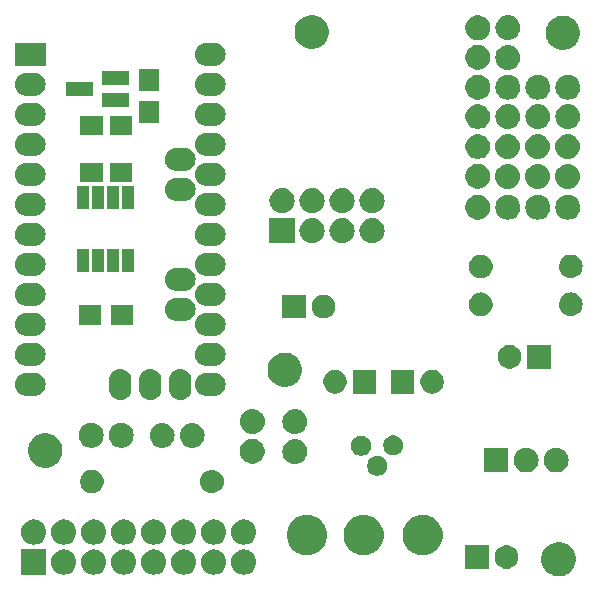
<source format=gbr>
G04 #@! TF.GenerationSoftware,KiCad,Pcbnew,5.0.2-bee76a0~70~ubuntu18.04.1*
G04 #@! TF.CreationDate,2019-05-01T22:14:47+02:00*
G04 #@! TF.ProjectId,EasyPCB_10_nrf24l01p,45617379-5043-4425-9f31-305f6e726632,rev?*
G04 #@! TF.SameCoordinates,Original*
G04 #@! TF.FileFunction,Soldermask,Bot*
G04 #@! TF.FilePolarity,Negative*
%FSLAX46Y46*%
G04 Gerber Fmt 4.6, Leading zero omitted, Abs format (unit mm)*
G04 Created by KiCad (PCBNEW 5.0.2-bee76a0~70~ubuntu18.04.1) date Wed 01 May 2019 10:14:47 PM CEST*
%MOMM*%
%LPD*%
G01*
G04 APERTURE LIST*
%ADD10C,0.100000*%
G04 APERTURE END LIST*
D10*
G36*
X172109167Y-107282162D02*
X172373053Y-107391467D01*
X172610544Y-107550153D01*
X172812507Y-107752116D01*
X172971193Y-107989607D01*
X173080498Y-108253493D01*
X173136220Y-108533626D01*
X173136220Y-108819254D01*
X173080498Y-109099387D01*
X172971193Y-109363273D01*
X172812507Y-109600764D01*
X172610544Y-109802727D01*
X172373053Y-109961413D01*
X172109167Y-110070718D01*
X171829034Y-110126440D01*
X171543406Y-110126440D01*
X171263273Y-110070718D01*
X170999387Y-109961413D01*
X170761896Y-109802727D01*
X170559933Y-109600764D01*
X170401247Y-109363273D01*
X170291942Y-109099387D01*
X170236220Y-108819254D01*
X170236220Y-108533626D01*
X170291942Y-108253493D01*
X170401247Y-107989607D01*
X170559933Y-107752116D01*
X170761896Y-107550153D01*
X170999387Y-107391467D01*
X171263273Y-107282162D01*
X171543406Y-107226440D01*
X171829034Y-107226440D01*
X172109167Y-107282162D01*
X172109167Y-107282162D01*
G37*
G36*
X145242503Y-107866989D02*
X145442991Y-107927807D01*
X145627764Y-108026569D01*
X145789718Y-108159482D01*
X145922631Y-108321436D01*
X146021393Y-108506209D01*
X146082211Y-108706697D01*
X146102746Y-108915200D01*
X146082211Y-109123703D01*
X146021393Y-109324191D01*
X145922631Y-109508964D01*
X145789718Y-109670918D01*
X145627764Y-109803831D01*
X145442991Y-109902593D01*
X145242503Y-109963411D01*
X145086251Y-109978800D01*
X144981749Y-109978800D01*
X144825497Y-109963411D01*
X144625009Y-109902593D01*
X144440236Y-109803831D01*
X144278282Y-109670918D01*
X144145369Y-109508964D01*
X144046607Y-109324191D01*
X143985789Y-109123703D01*
X143965254Y-108915200D01*
X143985789Y-108706697D01*
X144046607Y-108506209D01*
X144145369Y-108321436D01*
X144278282Y-108159482D01*
X144440236Y-108026569D01*
X144625009Y-107927807D01*
X144825497Y-107866989D01*
X144981749Y-107851600D01*
X145086251Y-107851600D01*
X145242503Y-107866989D01*
X145242503Y-107866989D01*
G37*
G36*
X140162503Y-107866989D02*
X140362991Y-107927807D01*
X140547764Y-108026569D01*
X140709718Y-108159482D01*
X140842631Y-108321436D01*
X140941393Y-108506209D01*
X141002211Y-108706697D01*
X141022746Y-108915200D01*
X141002211Y-109123703D01*
X140941393Y-109324191D01*
X140842631Y-109508964D01*
X140709718Y-109670918D01*
X140547764Y-109803831D01*
X140362991Y-109902593D01*
X140162503Y-109963411D01*
X140006251Y-109978800D01*
X139901749Y-109978800D01*
X139745497Y-109963411D01*
X139545009Y-109902593D01*
X139360236Y-109803831D01*
X139198282Y-109670918D01*
X139065369Y-109508964D01*
X138966607Y-109324191D01*
X138905789Y-109123703D01*
X138885254Y-108915200D01*
X138905789Y-108706697D01*
X138966607Y-108506209D01*
X139065369Y-108321436D01*
X139198282Y-108159482D01*
X139360236Y-108026569D01*
X139545009Y-107927807D01*
X139745497Y-107866989D01*
X139901749Y-107851600D01*
X140006251Y-107851600D01*
X140162503Y-107866989D01*
X140162503Y-107866989D01*
G37*
G36*
X142702503Y-107866989D02*
X142902991Y-107927807D01*
X143087764Y-108026569D01*
X143249718Y-108159482D01*
X143382631Y-108321436D01*
X143481393Y-108506209D01*
X143542211Y-108706697D01*
X143562746Y-108915200D01*
X143542211Y-109123703D01*
X143481393Y-109324191D01*
X143382631Y-109508964D01*
X143249718Y-109670918D01*
X143087764Y-109803831D01*
X142902991Y-109902593D01*
X142702503Y-109963411D01*
X142546251Y-109978800D01*
X142441749Y-109978800D01*
X142285497Y-109963411D01*
X142085009Y-109902593D01*
X141900236Y-109803831D01*
X141738282Y-109670918D01*
X141605369Y-109508964D01*
X141506607Y-109324191D01*
X141445789Y-109123703D01*
X141425254Y-108915200D01*
X141445789Y-108706697D01*
X141506607Y-108506209D01*
X141605369Y-108321436D01*
X141738282Y-108159482D01*
X141900236Y-108026569D01*
X142085009Y-107927807D01*
X142285497Y-107866989D01*
X142441749Y-107851600D01*
X142546251Y-107851600D01*
X142702503Y-107866989D01*
X142702503Y-107866989D01*
G37*
G36*
X137622503Y-107866989D02*
X137822991Y-107927807D01*
X138007764Y-108026569D01*
X138169718Y-108159482D01*
X138302631Y-108321436D01*
X138401393Y-108506209D01*
X138462211Y-108706697D01*
X138482746Y-108915200D01*
X138462211Y-109123703D01*
X138401393Y-109324191D01*
X138302631Y-109508964D01*
X138169718Y-109670918D01*
X138007764Y-109803831D01*
X137822991Y-109902593D01*
X137622503Y-109963411D01*
X137466251Y-109978800D01*
X137361749Y-109978800D01*
X137205497Y-109963411D01*
X137005009Y-109902593D01*
X136820236Y-109803831D01*
X136658282Y-109670918D01*
X136525369Y-109508964D01*
X136426607Y-109324191D01*
X136365789Y-109123703D01*
X136345254Y-108915200D01*
X136365789Y-108706697D01*
X136426607Y-108506209D01*
X136525369Y-108321436D01*
X136658282Y-108159482D01*
X136820236Y-108026569D01*
X137005009Y-107927807D01*
X137205497Y-107866989D01*
X137361749Y-107851600D01*
X137466251Y-107851600D01*
X137622503Y-107866989D01*
X137622503Y-107866989D01*
G37*
G36*
X130002503Y-107866989D02*
X130202991Y-107927807D01*
X130387764Y-108026569D01*
X130549718Y-108159482D01*
X130682631Y-108321436D01*
X130781393Y-108506209D01*
X130842211Y-108706697D01*
X130862746Y-108915200D01*
X130842211Y-109123703D01*
X130781393Y-109324191D01*
X130682631Y-109508964D01*
X130549718Y-109670918D01*
X130387764Y-109803831D01*
X130202991Y-109902593D01*
X130002503Y-109963411D01*
X129846251Y-109978800D01*
X129741749Y-109978800D01*
X129585497Y-109963411D01*
X129385009Y-109902593D01*
X129200236Y-109803831D01*
X129038282Y-109670918D01*
X128905369Y-109508964D01*
X128806607Y-109324191D01*
X128745789Y-109123703D01*
X128725254Y-108915200D01*
X128745789Y-108706697D01*
X128806607Y-108506209D01*
X128905369Y-108321436D01*
X129038282Y-108159482D01*
X129200236Y-108026569D01*
X129385009Y-107927807D01*
X129585497Y-107866989D01*
X129741749Y-107851600D01*
X129846251Y-107851600D01*
X130002503Y-107866989D01*
X130002503Y-107866989D01*
G37*
G36*
X128317600Y-109978800D02*
X126190400Y-109978800D01*
X126190400Y-107851600D01*
X128317600Y-107851600D01*
X128317600Y-109978800D01*
X128317600Y-109978800D01*
G37*
G36*
X135082503Y-107866989D02*
X135282991Y-107927807D01*
X135467764Y-108026569D01*
X135629718Y-108159482D01*
X135762631Y-108321436D01*
X135861393Y-108506209D01*
X135922211Y-108706697D01*
X135942746Y-108915200D01*
X135922211Y-109123703D01*
X135861393Y-109324191D01*
X135762631Y-109508964D01*
X135629718Y-109670918D01*
X135467764Y-109803831D01*
X135282991Y-109902593D01*
X135082503Y-109963411D01*
X134926251Y-109978800D01*
X134821749Y-109978800D01*
X134665497Y-109963411D01*
X134465009Y-109902593D01*
X134280236Y-109803831D01*
X134118282Y-109670918D01*
X133985369Y-109508964D01*
X133886607Y-109324191D01*
X133825789Y-109123703D01*
X133805254Y-108915200D01*
X133825789Y-108706697D01*
X133886607Y-108506209D01*
X133985369Y-108321436D01*
X134118282Y-108159482D01*
X134280236Y-108026569D01*
X134465009Y-107927807D01*
X134665497Y-107866989D01*
X134821749Y-107851600D01*
X134926251Y-107851600D01*
X135082503Y-107866989D01*
X135082503Y-107866989D01*
G37*
G36*
X132542503Y-107866989D02*
X132742991Y-107927807D01*
X132927764Y-108026569D01*
X133089718Y-108159482D01*
X133222631Y-108321436D01*
X133321393Y-108506209D01*
X133382211Y-108706697D01*
X133402746Y-108915200D01*
X133382211Y-109123703D01*
X133321393Y-109324191D01*
X133222631Y-109508964D01*
X133089718Y-109670918D01*
X132927764Y-109803831D01*
X132742991Y-109902593D01*
X132542503Y-109963411D01*
X132386251Y-109978800D01*
X132281749Y-109978800D01*
X132125497Y-109963411D01*
X131925009Y-109902593D01*
X131740236Y-109803831D01*
X131578282Y-109670918D01*
X131445369Y-109508964D01*
X131346607Y-109324191D01*
X131285789Y-109123703D01*
X131265254Y-108915200D01*
X131285789Y-108706697D01*
X131346607Y-108506209D01*
X131445369Y-108321436D01*
X131578282Y-108159482D01*
X131740236Y-108026569D01*
X131925009Y-107927807D01*
X132125497Y-107866989D01*
X132281749Y-107851600D01*
X132386251Y-107851600D01*
X132542503Y-107866989D01*
X132542503Y-107866989D01*
G37*
G36*
X165770000Y-109490000D02*
X163770000Y-109490000D01*
X163770000Y-107490000D01*
X165770000Y-107490000D01*
X165770000Y-109490000D01*
X165770000Y-109490000D01*
G37*
G36*
X167445770Y-107505372D02*
X167561689Y-107528429D01*
X167743678Y-107603811D01*
X167907463Y-107713249D01*
X168046751Y-107852537D01*
X168156189Y-108016322D01*
X168231571Y-108198311D01*
X168270000Y-108391509D01*
X168270000Y-108588491D01*
X168231571Y-108781689D01*
X168156189Y-108963678D01*
X168046751Y-109127463D01*
X167907463Y-109266751D01*
X167743678Y-109376189D01*
X167561689Y-109451571D01*
X167445770Y-109474628D01*
X167368493Y-109490000D01*
X167171507Y-109490000D01*
X167094230Y-109474628D01*
X166978311Y-109451571D01*
X166796322Y-109376189D01*
X166632537Y-109266751D01*
X166493249Y-109127463D01*
X166383811Y-108963678D01*
X166308429Y-108781689D01*
X166270000Y-108588491D01*
X166270000Y-108391509D01*
X166308429Y-108198311D01*
X166383811Y-108016322D01*
X166493249Y-107852537D01*
X166632537Y-107713249D01*
X166796322Y-107603811D01*
X166978311Y-107528429D01*
X167094230Y-107505372D01*
X167171507Y-107490000D01*
X167368493Y-107490000D01*
X167445770Y-107505372D01*
X167445770Y-107505372D01*
G37*
G36*
X155564393Y-104972753D02*
X155673872Y-104994530D01*
X155983252Y-105122679D01*
X156261687Y-105308723D01*
X156498477Y-105545513D01*
X156684521Y-105823948D01*
X156812670Y-106133328D01*
X156878000Y-106461765D01*
X156878000Y-106796635D01*
X156812670Y-107125072D01*
X156684521Y-107434452D01*
X156498477Y-107712887D01*
X156261687Y-107949677D01*
X155983252Y-108135721D01*
X155673872Y-108263870D01*
X155564393Y-108285647D01*
X155345437Y-108329200D01*
X155010563Y-108329200D01*
X154791607Y-108285647D01*
X154682128Y-108263870D01*
X154372748Y-108135721D01*
X154094313Y-107949677D01*
X153857523Y-107712887D01*
X153671479Y-107434452D01*
X153543330Y-107125072D01*
X153478000Y-106796635D01*
X153478000Y-106461765D01*
X153543330Y-106133328D01*
X153671479Y-105823948D01*
X153857523Y-105545513D01*
X154094313Y-105308723D01*
X154372748Y-105122679D01*
X154682128Y-104994530D01*
X154791607Y-104972753D01*
X155010563Y-104929200D01*
X155345437Y-104929200D01*
X155564393Y-104972753D01*
X155564393Y-104972753D01*
G37*
G36*
X160564393Y-104972753D02*
X160673872Y-104994530D01*
X160983252Y-105122679D01*
X161261687Y-105308723D01*
X161498477Y-105545513D01*
X161684521Y-105823948D01*
X161812670Y-106133328D01*
X161878000Y-106461765D01*
X161878000Y-106796635D01*
X161812670Y-107125072D01*
X161684521Y-107434452D01*
X161498477Y-107712887D01*
X161261687Y-107949677D01*
X160983252Y-108135721D01*
X160673872Y-108263870D01*
X160564393Y-108285647D01*
X160345437Y-108329200D01*
X160010563Y-108329200D01*
X159791607Y-108285647D01*
X159682128Y-108263870D01*
X159372748Y-108135721D01*
X159094313Y-107949677D01*
X158857523Y-107712887D01*
X158671479Y-107434452D01*
X158543330Y-107125072D01*
X158478000Y-106796635D01*
X158478000Y-106461765D01*
X158543330Y-106133328D01*
X158671479Y-105823948D01*
X158857523Y-105545513D01*
X159094313Y-105308723D01*
X159372748Y-105122679D01*
X159682128Y-104994530D01*
X159791607Y-104972753D01*
X160010563Y-104929200D01*
X160345437Y-104929200D01*
X160564393Y-104972753D01*
X160564393Y-104972753D01*
G37*
G36*
X150754393Y-104972753D02*
X150863872Y-104994530D01*
X151173252Y-105122679D01*
X151451687Y-105308723D01*
X151688477Y-105545513D01*
X151874521Y-105823948D01*
X152002670Y-106133328D01*
X152068000Y-106461765D01*
X152068000Y-106796635D01*
X152002670Y-107125072D01*
X151874521Y-107434452D01*
X151688477Y-107712887D01*
X151451687Y-107949677D01*
X151173252Y-108135721D01*
X150863872Y-108263870D01*
X150754393Y-108285647D01*
X150535437Y-108329200D01*
X150200563Y-108329200D01*
X149981607Y-108285647D01*
X149872128Y-108263870D01*
X149562748Y-108135721D01*
X149284313Y-107949677D01*
X149047523Y-107712887D01*
X148861479Y-107434452D01*
X148733330Y-107125072D01*
X148668000Y-106796635D01*
X148668000Y-106461765D01*
X148733330Y-106133328D01*
X148861479Y-105823948D01*
X149047523Y-105545513D01*
X149284313Y-105308723D01*
X149562748Y-105122679D01*
X149872128Y-104994530D01*
X149981607Y-104972753D01*
X150200563Y-104929200D01*
X150535437Y-104929200D01*
X150754393Y-104972753D01*
X150754393Y-104972753D01*
G37*
G36*
X145242503Y-105326989D02*
X145442991Y-105387807D01*
X145627764Y-105486569D01*
X145789718Y-105619482D01*
X145922631Y-105781436D01*
X146021393Y-105966209D01*
X146082211Y-106166697D01*
X146102746Y-106375200D01*
X146082211Y-106583703D01*
X146021393Y-106784191D01*
X145922631Y-106968964D01*
X145789718Y-107130918D01*
X145627764Y-107263831D01*
X145442991Y-107362593D01*
X145242503Y-107423411D01*
X145086251Y-107438800D01*
X144981749Y-107438800D01*
X144825497Y-107423411D01*
X144625009Y-107362593D01*
X144440236Y-107263831D01*
X144278282Y-107130918D01*
X144145369Y-106968964D01*
X144046607Y-106784191D01*
X143985789Y-106583703D01*
X143965254Y-106375200D01*
X143985789Y-106166697D01*
X144046607Y-105966209D01*
X144145369Y-105781436D01*
X144278282Y-105619482D01*
X144440236Y-105486569D01*
X144625009Y-105387807D01*
X144825497Y-105326989D01*
X144981749Y-105311600D01*
X145086251Y-105311600D01*
X145242503Y-105326989D01*
X145242503Y-105326989D01*
G37*
G36*
X142702503Y-105326989D02*
X142902991Y-105387807D01*
X143087764Y-105486569D01*
X143249718Y-105619482D01*
X143382631Y-105781436D01*
X143481393Y-105966209D01*
X143542211Y-106166697D01*
X143562746Y-106375200D01*
X143542211Y-106583703D01*
X143481393Y-106784191D01*
X143382631Y-106968964D01*
X143249718Y-107130918D01*
X143087764Y-107263831D01*
X142902991Y-107362593D01*
X142702503Y-107423411D01*
X142546251Y-107438800D01*
X142441749Y-107438800D01*
X142285497Y-107423411D01*
X142085009Y-107362593D01*
X141900236Y-107263831D01*
X141738282Y-107130918D01*
X141605369Y-106968964D01*
X141506607Y-106784191D01*
X141445789Y-106583703D01*
X141425254Y-106375200D01*
X141445789Y-106166697D01*
X141506607Y-105966209D01*
X141605369Y-105781436D01*
X141738282Y-105619482D01*
X141900236Y-105486569D01*
X142085009Y-105387807D01*
X142285497Y-105326989D01*
X142441749Y-105311600D01*
X142546251Y-105311600D01*
X142702503Y-105326989D01*
X142702503Y-105326989D01*
G37*
G36*
X140162503Y-105326989D02*
X140362991Y-105387807D01*
X140547764Y-105486569D01*
X140709718Y-105619482D01*
X140842631Y-105781436D01*
X140941393Y-105966209D01*
X141002211Y-106166697D01*
X141022746Y-106375200D01*
X141002211Y-106583703D01*
X140941393Y-106784191D01*
X140842631Y-106968964D01*
X140709718Y-107130918D01*
X140547764Y-107263831D01*
X140362991Y-107362593D01*
X140162503Y-107423411D01*
X140006251Y-107438800D01*
X139901749Y-107438800D01*
X139745497Y-107423411D01*
X139545009Y-107362593D01*
X139360236Y-107263831D01*
X139198282Y-107130918D01*
X139065369Y-106968964D01*
X138966607Y-106784191D01*
X138905789Y-106583703D01*
X138885254Y-106375200D01*
X138905789Y-106166697D01*
X138966607Y-105966209D01*
X139065369Y-105781436D01*
X139198282Y-105619482D01*
X139360236Y-105486569D01*
X139545009Y-105387807D01*
X139745497Y-105326989D01*
X139901749Y-105311600D01*
X140006251Y-105311600D01*
X140162503Y-105326989D01*
X140162503Y-105326989D01*
G37*
G36*
X127462503Y-105326989D02*
X127662991Y-105387807D01*
X127847764Y-105486569D01*
X128009718Y-105619482D01*
X128142631Y-105781436D01*
X128241393Y-105966209D01*
X128302211Y-106166697D01*
X128322746Y-106375200D01*
X128302211Y-106583703D01*
X128241393Y-106784191D01*
X128142631Y-106968964D01*
X128009718Y-107130918D01*
X127847764Y-107263831D01*
X127662991Y-107362593D01*
X127462503Y-107423411D01*
X127306251Y-107438800D01*
X127201749Y-107438800D01*
X127045497Y-107423411D01*
X126845009Y-107362593D01*
X126660236Y-107263831D01*
X126498282Y-107130918D01*
X126365369Y-106968964D01*
X126266607Y-106784191D01*
X126205789Y-106583703D01*
X126185254Y-106375200D01*
X126205789Y-106166697D01*
X126266607Y-105966209D01*
X126365369Y-105781436D01*
X126498282Y-105619482D01*
X126660236Y-105486569D01*
X126845009Y-105387807D01*
X127045497Y-105326989D01*
X127201749Y-105311600D01*
X127306251Y-105311600D01*
X127462503Y-105326989D01*
X127462503Y-105326989D01*
G37*
G36*
X130002503Y-105326989D02*
X130202991Y-105387807D01*
X130387764Y-105486569D01*
X130549718Y-105619482D01*
X130682631Y-105781436D01*
X130781393Y-105966209D01*
X130842211Y-106166697D01*
X130862746Y-106375200D01*
X130842211Y-106583703D01*
X130781393Y-106784191D01*
X130682631Y-106968964D01*
X130549718Y-107130918D01*
X130387764Y-107263831D01*
X130202991Y-107362593D01*
X130002503Y-107423411D01*
X129846251Y-107438800D01*
X129741749Y-107438800D01*
X129585497Y-107423411D01*
X129385009Y-107362593D01*
X129200236Y-107263831D01*
X129038282Y-107130918D01*
X128905369Y-106968964D01*
X128806607Y-106784191D01*
X128745789Y-106583703D01*
X128725254Y-106375200D01*
X128745789Y-106166697D01*
X128806607Y-105966209D01*
X128905369Y-105781436D01*
X129038282Y-105619482D01*
X129200236Y-105486569D01*
X129385009Y-105387807D01*
X129585497Y-105326989D01*
X129741749Y-105311600D01*
X129846251Y-105311600D01*
X130002503Y-105326989D01*
X130002503Y-105326989D01*
G37*
G36*
X132542503Y-105326989D02*
X132742991Y-105387807D01*
X132927764Y-105486569D01*
X133089718Y-105619482D01*
X133222631Y-105781436D01*
X133321393Y-105966209D01*
X133382211Y-106166697D01*
X133402746Y-106375200D01*
X133382211Y-106583703D01*
X133321393Y-106784191D01*
X133222631Y-106968964D01*
X133089718Y-107130918D01*
X132927764Y-107263831D01*
X132742991Y-107362593D01*
X132542503Y-107423411D01*
X132386251Y-107438800D01*
X132281749Y-107438800D01*
X132125497Y-107423411D01*
X131925009Y-107362593D01*
X131740236Y-107263831D01*
X131578282Y-107130918D01*
X131445369Y-106968964D01*
X131346607Y-106784191D01*
X131285789Y-106583703D01*
X131265254Y-106375200D01*
X131285789Y-106166697D01*
X131346607Y-105966209D01*
X131445369Y-105781436D01*
X131578282Y-105619482D01*
X131740236Y-105486569D01*
X131925009Y-105387807D01*
X132125497Y-105326989D01*
X132281749Y-105311600D01*
X132386251Y-105311600D01*
X132542503Y-105326989D01*
X132542503Y-105326989D01*
G37*
G36*
X137622503Y-105326989D02*
X137822991Y-105387807D01*
X138007764Y-105486569D01*
X138169718Y-105619482D01*
X138302631Y-105781436D01*
X138401393Y-105966209D01*
X138462211Y-106166697D01*
X138482746Y-106375200D01*
X138462211Y-106583703D01*
X138401393Y-106784191D01*
X138302631Y-106968964D01*
X138169718Y-107130918D01*
X138007764Y-107263831D01*
X137822991Y-107362593D01*
X137622503Y-107423411D01*
X137466251Y-107438800D01*
X137361749Y-107438800D01*
X137205497Y-107423411D01*
X137005009Y-107362593D01*
X136820236Y-107263831D01*
X136658282Y-107130918D01*
X136525369Y-106968964D01*
X136426607Y-106784191D01*
X136365789Y-106583703D01*
X136345254Y-106375200D01*
X136365789Y-106166697D01*
X136426607Y-105966209D01*
X136525369Y-105781436D01*
X136658282Y-105619482D01*
X136820236Y-105486569D01*
X137005009Y-105387807D01*
X137205497Y-105326989D01*
X137361749Y-105311600D01*
X137466251Y-105311600D01*
X137622503Y-105326989D01*
X137622503Y-105326989D01*
G37*
G36*
X135082503Y-105326989D02*
X135282991Y-105387807D01*
X135467764Y-105486569D01*
X135629718Y-105619482D01*
X135762631Y-105781436D01*
X135861393Y-105966209D01*
X135922211Y-106166697D01*
X135942746Y-106375200D01*
X135922211Y-106583703D01*
X135861393Y-106784191D01*
X135762631Y-106968964D01*
X135629718Y-107130918D01*
X135467764Y-107263831D01*
X135282991Y-107362593D01*
X135082503Y-107423411D01*
X134926251Y-107438800D01*
X134821749Y-107438800D01*
X134665497Y-107423411D01*
X134465009Y-107362593D01*
X134280236Y-107263831D01*
X134118282Y-107130918D01*
X133985369Y-106968964D01*
X133886607Y-106784191D01*
X133825789Y-106583703D01*
X133805254Y-106375200D01*
X133825789Y-106166697D01*
X133886607Y-105966209D01*
X133985369Y-105781436D01*
X134118282Y-105619482D01*
X134280236Y-105486569D01*
X134465009Y-105387807D01*
X134665497Y-105326989D01*
X134821749Y-105311600D01*
X134926251Y-105311600D01*
X135082503Y-105326989D01*
X135082503Y-105326989D01*
G37*
G36*
X132344670Y-101110672D02*
X132460589Y-101133729D01*
X132642578Y-101209111D01*
X132806363Y-101318549D01*
X132945651Y-101457837D01*
X133055089Y-101621622D01*
X133130471Y-101803611D01*
X133168900Y-101996809D01*
X133168900Y-102193791D01*
X133130471Y-102386989D01*
X133055089Y-102568978D01*
X132945651Y-102732763D01*
X132806363Y-102872051D01*
X132642578Y-102981489D01*
X132460589Y-103056871D01*
X132344670Y-103079928D01*
X132267393Y-103095300D01*
X132070407Y-103095300D01*
X131993130Y-103079928D01*
X131877211Y-103056871D01*
X131695222Y-102981489D01*
X131531437Y-102872051D01*
X131392149Y-102732763D01*
X131282711Y-102568978D01*
X131207329Y-102386989D01*
X131168900Y-102193791D01*
X131168900Y-101996809D01*
X131207329Y-101803611D01*
X131282711Y-101621622D01*
X131392149Y-101457837D01*
X131531437Y-101318549D01*
X131695222Y-101209111D01*
X131877211Y-101133729D01*
X131993130Y-101110672D01*
X132070407Y-101095300D01*
X132267393Y-101095300D01*
X132344670Y-101110672D01*
X132344670Y-101110672D01*
G37*
G36*
X142524930Y-101109769D02*
X142524933Y-101109770D01*
X142524934Y-101109770D01*
X142713435Y-101166951D01*
X142713437Y-101166952D01*
X142887160Y-101259809D01*
X143039428Y-101384772D01*
X143164391Y-101537040D01*
X143257248Y-101710763D01*
X143314431Y-101899270D01*
X143333738Y-102095300D01*
X143314431Y-102291330D01*
X143257248Y-102479837D01*
X143164391Y-102653560D01*
X143039428Y-102805828D01*
X142887160Y-102930791D01*
X142887158Y-102930792D01*
X142713435Y-103023649D01*
X142524934Y-103080830D01*
X142524933Y-103080830D01*
X142524930Y-103080831D01*
X142378024Y-103095300D01*
X142279776Y-103095300D01*
X142132870Y-103080831D01*
X142132867Y-103080830D01*
X142132866Y-103080830D01*
X141944365Y-103023649D01*
X141770642Y-102930792D01*
X141770640Y-102930791D01*
X141618372Y-102805828D01*
X141493409Y-102653560D01*
X141400552Y-102479837D01*
X141343369Y-102291330D01*
X141324062Y-102095300D01*
X141343369Y-101899270D01*
X141400552Y-101710763D01*
X141493409Y-101537040D01*
X141618372Y-101384772D01*
X141770640Y-101259809D01*
X141944363Y-101166952D01*
X141944365Y-101166951D01*
X142132866Y-101109770D01*
X142132867Y-101109770D01*
X142132870Y-101109769D01*
X142279776Y-101095300D01*
X142378024Y-101095300D01*
X142524930Y-101109769D01*
X142524930Y-101109769D01*
G37*
G36*
X156579534Y-99949864D02*
X156734227Y-100013940D01*
X156873447Y-100106964D01*
X156991836Y-100225353D01*
X157084860Y-100364573D01*
X157148936Y-100519266D01*
X157181600Y-100683481D01*
X157181600Y-100850919D01*
X157148936Y-101015134D01*
X157084860Y-101169827D01*
X156991836Y-101309047D01*
X156873447Y-101427436D01*
X156734227Y-101520460D01*
X156579534Y-101584536D01*
X156415319Y-101617200D01*
X156247881Y-101617200D01*
X156083666Y-101584536D01*
X155928973Y-101520460D01*
X155789753Y-101427436D01*
X155671364Y-101309047D01*
X155578340Y-101169827D01*
X155514264Y-101015134D01*
X155481600Y-100850919D01*
X155481600Y-100683481D01*
X155514264Y-100519266D01*
X155578340Y-100364573D01*
X155671364Y-100225353D01*
X155789753Y-100106964D01*
X155928973Y-100013940D01*
X156083666Y-99949864D01*
X156247881Y-99917200D01*
X156415319Y-99917200D01*
X156579534Y-99949864D01*
X156579534Y-99949864D01*
G37*
G36*
X167440000Y-101330000D02*
X165340000Y-101330000D01*
X165340000Y-99230000D01*
X167440000Y-99230000D01*
X167440000Y-101330000D01*
X167440000Y-101330000D01*
G37*
G36*
X169045838Y-99236329D02*
X169135836Y-99245193D01*
X169267787Y-99285220D01*
X169333763Y-99305233D01*
X169516172Y-99402733D01*
X169676054Y-99533946D01*
X169807267Y-99693828D01*
X169904767Y-99876237D01*
X169904767Y-99876238D01*
X169964807Y-100074164D01*
X169985080Y-100280000D01*
X169964807Y-100485836D01*
X169929324Y-100602807D01*
X169904767Y-100683763D01*
X169807267Y-100866172D01*
X169676054Y-101026054D01*
X169516172Y-101157267D01*
X169333763Y-101254767D01*
X169317141Y-101259809D01*
X169135836Y-101314807D01*
X169058707Y-101322403D01*
X168981580Y-101330000D01*
X168878420Y-101330000D01*
X168801293Y-101322403D01*
X168724164Y-101314807D01*
X168542859Y-101259809D01*
X168526237Y-101254767D01*
X168343828Y-101157267D01*
X168183946Y-101026054D01*
X168052733Y-100866172D01*
X167955233Y-100683763D01*
X167930676Y-100602807D01*
X167895193Y-100485836D01*
X167874920Y-100280000D01*
X167895193Y-100074164D01*
X167955233Y-99876238D01*
X167955233Y-99876237D01*
X168052733Y-99693828D01*
X168183946Y-99533946D01*
X168343828Y-99402733D01*
X168526237Y-99305233D01*
X168592213Y-99285220D01*
X168724164Y-99245193D01*
X168814162Y-99236329D01*
X168878420Y-99230000D01*
X168981580Y-99230000D01*
X169045838Y-99236329D01*
X169045838Y-99236329D01*
G37*
G36*
X171585838Y-99236329D02*
X171675836Y-99245193D01*
X171807787Y-99285220D01*
X171873763Y-99305233D01*
X172056172Y-99402733D01*
X172216054Y-99533946D01*
X172347267Y-99693828D01*
X172444767Y-99876237D01*
X172444767Y-99876238D01*
X172504807Y-100074164D01*
X172525080Y-100280000D01*
X172504807Y-100485836D01*
X172469324Y-100602807D01*
X172444767Y-100683763D01*
X172347267Y-100866172D01*
X172216054Y-101026054D01*
X172056172Y-101157267D01*
X171873763Y-101254767D01*
X171857141Y-101259809D01*
X171675836Y-101314807D01*
X171598707Y-101322403D01*
X171521580Y-101330000D01*
X171418420Y-101330000D01*
X171341293Y-101322403D01*
X171264164Y-101314807D01*
X171082859Y-101259809D01*
X171066237Y-101254767D01*
X170883828Y-101157267D01*
X170723946Y-101026054D01*
X170592733Y-100866172D01*
X170495233Y-100683763D01*
X170470676Y-100602807D01*
X170435193Y-100485836D01*
X170414920Y-100280000D01*
X170435193Y-100074164D01*
X170495233Y-99876238D01*
X170495233Y-99876237D01*
X170592733Y-99693828D01*
X170723946Y-99533946D01*
X170883828Y-99402733D01*
X171066237Y-99305233D01*
X171132213Y-99285220D01*
X171264164Y-99245193D01*
X171354162Y-99236329D01*
X171418420Y-99230000D01*
X171521580Y-99230000D01*
X171585838Y-99236329D01*
X171585838Y-99236329D01*
G37*
G36*
X128642147Y-98072122D02*
X128906033Y-98181427D01*
X129143524Y-98340113D01*
X129345487Y-98542076D01*
X129504173Y-98779567D01*
X129613478Y-99043453D01*
X129669200Y-99323586D01*
X129669200Y-99609214D01*
X129613478Y-99889347D01*
X129504173Y-100153233D01*
X129345487Y-100390724D01*
X129143524Y-100592687D01*
X128906033Y-100751373D01*
X128642147Y-100860678D01*
X128362014Y-100916400D01*
X128076386Y-100916400D01*
X127796253Y-100860678D01*
X127532367Y-100751373D01*
X127294876Y-100592687D01*
X127092913Y-100390724D01*
X126934227Y-100153233D01*
X126824922Y-99889347D01*
X126769200Y-99609214D01*
X126769200Y-99323586D01*
X126824922Y-99043453D01*
X126934227Y-98779567D01*
X127092913Y-98542076D01*
X127294876Y-98340113D01*
X127532367Y-98181427D01*
X127796253Y-98072122D01*
X128076386Y-98016400D01*
X128362014Y-98016400D01*
X128642147Y-98072122D01*
X128642147Y-98072122D01*
G37*
G36*
X149478235Y-98525353D02*
X149557836Y-98533193D01*
X149689787Y-98573220D01*
X149755763Y-98593233D01*
X149938172Y-98690733D01*
X150098054Y-98821946D01*
X150229267Y-98981828D01*
X150326767Y-99164237D01*
X150342107Y-99214807D01*
X150386807Y-99362164D01*
X150407080Y-99568000D01*
X150386807Y-99773836D01*
X150360810Y-99859536D01*
X150326767Y-99971763D01*
X150229267Y-100154172D01*
X150098054Y-100314054D01*
X149938172Y-100445267D01*
X149755763Y-100542767D01*
X149724504Y-100552249D01*
X149557836Y-100602807D01*
X149480707Y-100610403D01*
X149403580Y-100618000D01*
X149300420Y-100618000D01*
X149223293Y-100610403D01*
X149146164Y-100602807D01*
X148979496Y-100552249D01*
X148948237Y-100542767D01*
X148765828Y-100445267D01*
X148605946Y-100314054D01*
X148474733Y-100154172D01*
X148377233Y-99971763D01*
X148343190Y-99859536D01*
X148317193Y-99773836D01*
X148296920Y-99568000D01*
X148317193Y-99362164D01*
X148361893Y-99214807D01*
X148377233Y-99164237D01*
X148474733Y-98981828D01*
X148605946Y-98821946D01*
X148765828Y-98690733D01*
X148948237Y-98593233D01*
X149014213Y-98573220D01*
X149146164Y-98533193D01*
X149225765Y-98525353D01*
X149300420Y-98518000D01*
X149403580Y-98518000D01*
X149478235Y-98525353D01*
X149478235Y-98525353D01*
G37*
G36*
X145883788Y-98497070D02*
X146064174Y-98532950D01*
X146255262Y-98612102D01*
X146427236Y-98727011D01*
X146573489Y-98873264D01*
X146688398Y-99045238D01*
X146767550Y-99236326D01*
X146807900Y-99439184D01*
X146807900Y-99646016D01*
X146767550Y-99848874D01*
X146688398Y-100039962D01*
X146573489Y-100211936D01*
X146427236Y-100358189D01*
X146255262Y-100473098D01*
X146064174Y-100552250D01*
X145883788Y-100588130D01*
X145861317Y-100592600D01*
X145654483Y-100592600D01*
X145632012Y-100588130D01*
X145451626Y-100552250D01*
X145260538Y-100473098D01*
X145088564Y-100358189D01*
X144942311Y-100211936D01*
X144827402Y-100039962D01*
X144748250Y-99848874D01*
X144707900Y-99646016D01*
X144707900Y-99439184D01*
X144748250Y-99236326D01*
X144827402Y-99045238D01*
X144942311Y-98873264D01*
X145088564Y-98727011D01*
X145260538Y-98612102D01*
X145451626Y-98532950D01*
X145632012Y-98497070D01*
X145654483Y-98492600D01*
X145861317Y-98492600D01*
X145883788Y-98497070D01*
X145883788Y-98497070D01*
G37*
G36*
X155204534Y-98249864D02*
X155359227Y-98313940D01*
X155498447Y-98406964D01*
X155616836Y-98525353D01*
X155709860Y-98664573D01*
X155773936Y-98819266D01*
X155806600Y-98983481D01*
X155806600Y-99150919D01*
X155773936Y-99315134D01*
X155709860Y-99469827D01*
X155616836Y-99609047D01*
X155498447Y-99727436D01*
X155359227Y-99820460D01*
X155204534Y-99884536D01*
X155040319Y-99917200D01*
X154872881Y-99917200D01*
X154708666Y-99884536D01*
X154553973Y-99820460D01*
X154414753Y-99727436D01*
X154296364Y-99609047D01*
X154203340Y-99469827D01*
X154139264Y-99315134D01*
X154106600Y-99150919D01*
X154106600Y-98983481D01*
X154139264Y-98819266D01*
X154203340Y-98664573D01*
X154296364Y-98525353D01*
X154414753Y-98406964D01*
X154553973Y-98313940D01*
X154708666Y-98249864D01*
X154872881Y-98217200D01*
X155040319Y-98217200D01*
X155204534Y-98249864D01*
X155204534Y-98249864D01*
G37*
G36*
X157929534Y-98224864D02*
X158084227Y-98288940D01*
X158223447Y-98381964D01*
X158341836Y-98500353D01*
X158434860Y-98639573D01*
X158498936Y-98794266D01*
X158531600Y-98958481D01*
X158531600Y-99125919D01*
X158498936Y-99290134D01*
X158434860Y-99444827D01*
X158341836Y-99584047D01*
X158223447Y-99702436D01*
X158084227Y-99795460D01*
X157929534Y-99859536D01*
X157765319Y-99892200D01*
X157597881Y-99892200D01*
X157433666Y-99859536D01*
X157278973Y-99795460D01*
X157139753Y-99702436D01*
X157021364Y-99584047D01*
X156928340Y-99444827D01*
X156864264Y-99290134D01*
X156831600Y-99125919D01*
X156831600Y-98958481D01*
X156864264Y-98794266D01*
X156928340Y-98639573D01*
X157021364Y-98500353D01*
X157139753Y-98381964D01*
X157278973Y-98288940D01*
X157433666Y-98224864D01*
X157597881Y-98192200D01*
X157765319Y-98192200D01*
X157929534Y-98224864D01*
X157929534Y-98224864D01*
G37*
G36*
X138214304Y-97145193D02*
X138315836Y-97155193D01*
X138447787Y-97195220D01*
X138513763Y-97215233D01*
X138696172Y-97312733D01*
X138856054Y-97443946D01*
X138987267Y-97603828D01*
X139084767Y-97786237D01*
X139084767Y-97786238D01*
X139144807Y-97984164D01*
X139165080Y-98190000D01*
X139144807Y-98395836D01*
X139141431Y-98406964D01*
X139084767Y-98593763D01*
X138987267Y-98776172D01*
X138856054Y-98936054D01*
X138696172Y-99067267D01*
X138513763Y-99164767D01*
X138447787Y-99184780D01*
X138315836Y-99224807D01*
X138263110Y-99230000D01*
X138161580Y-99240000D01*
X138058420Y-99240000D01*
X137956890Y-99230000D01*
X137904164Y-99224807D01*
X137772213Y-99184780D01*
X137706237Y-99164767D01*
X137523828Y-99067267D01*
X137363946Y-98936054D01*
X137232733Y-98776172D01*
X137135233Y-98593763D01*
X137078569Y-98406964D01*
X137075193Y-98395836D01*
X137054920Y-98190000D01*
X137075193Y-97984164D01*
X137135233Y-97786238D01*
X137135233Y-97786237D01*
X137232733Y-97603828D01*
X137363946Y-97443946D01*
X137523828Y-97312733D01*
X137706237Y-97215233D01*
X137772213Y-97195220D01*
X137904164Y-97155193D01*
X138005696Y-97145193D01*
X138058420Y-97140000D01*
X138161580Y-97140000D01*
X138214304Y-97145193D01*
X138214304Y-97145193D01*
G37*
G36*
X140754304Y-97145193D02*
X140855836Y-97155193D01*
X140987787Y-97195220D01*
X141053763Y-97215233D01*
X141236172Y-97312733D01*
X141396054Y-97443946D01*
X141527267Y-97603828D01*
X141624767Y-97786237D01*
X141624767Y-97786238D01*
X141684807Y-97984164D01*
X141705080Y-98190000D01*
X141684807Y-98395836D01*
X141681431Y-98406964D01*
X141624767Y-98593763D01*
X141527267Y-98776172D01*
X141396054Y-98936054D01*
X141236172Y-99067267D01*
X141053763Y-99164767D01*
X140987787Y-99184780D01*
X140855836Y-99224807D01*
X140803110Y-99230000D01*
X140701580Y-99240000D01*
X140598420Y-99240000D01*
X140496890Y-99230000D01*
X140444164Y-99224807D01*
X140312213Y-99184780D01*
X140246237Y-99164767D01*
X140063828Y-99067267D01*
X139903946Y-98936054D01*
X139772733Y-98776172D01*
X139675233Y-98593763D01*
X139618569Y-98406964D01*
X139615193Y-98395836D01*
X139594920Y-98190000D01*
X139615193Y-97984164D01*
X139675233Y-97786238D01*
X139675233Y-97786237D01*
X139772733Y-97603828D01*
X139903946Y-97443946D01*
X140063828Y-97312733D01*
X140246237Y-97215233D01*
X140312213Y-97195220D01*
X140444164Y-97155193D01*
X140545696Y-97145193D01*
X140598420Y-97140000D01*
X140701580Y-97140000D01*
X140754304Y-97145193D01*
X140754304Y-97145193D01*
G37*
G36*
X132238707Y-97137597D02*
X132315836Y-97145193D01*
X132447787Y-97185220D01*
X132513763Y-97205233D01*
X132696172Y-97302733D01*
X132856054Y-97433946D01*
X132987267Y-97593828D01*
X133084767Y-97776237D01*
X133104780Y-97842213D01*
X133144807Y-97974164D01*
X133165080Y-98180000D01*
X133144807Y-98385836D01*
X133110069Y-98500353D01*
X133084767Y-98583763D01*
X132987267Y-98766172D01*
X132856054Y-98926054D01*
X132696172Y-99057267D01*
X132513763Y-99154767D01*
X132447787Y-99174780D01*
X132315836Y-99214807D01*
X132238707Y-99222403D01*
X132161580Y-99230000D01*
X132058420Y-99230000D01*
X131981293Y-99222404D01*
X131904164Y-99214807D01*
X131772213Y-99174780D01*
X131706237Y-99154767D01*
X131523828Y-99057267D01*
X131363946Y-98926054D01*
X131232733Y-98766172D01*
X131135233Y-98583763D01*
X131109931Y-98500353D01*
X131075193Y-98385836D01*
X131054920Y-98180000D01*
X131075193Y-97974164D01*
X131115220Y-97842213D01*
X131135233Y-97776237D01*
X131232733Y-97593828D01*
X131363946Y-97433946D01*
X131523828Y-97302733D01*
X131706237Y-97205233D01*
X131772213Y-97185220D01*
X131904164Y-97145193D01*
X131981293Y-97137597D01*
X132058420Y-97130000D01*
X132161580Y-97130000D01*
X132238707Y-97137597D01*
X132238707Y-97137597D01*
G37*
G36*
X134778707Y-97137597D02*
X134855836Y-97145193D01*
X134987787Y-97185220D01*
X135053763Y-97205233D01*
X135236172Y-97302733D01*
X135396054Y-97433946D01*
X135527267Y-97593828D01*
X135624767Y-97776237D01*
X135644780Y-97842213D01*
X135684807Y-97974164D01*
X135705080Y-98180000D01*
X135684807Y-98385836D01*
X135650069Y-98500353D01*
X135624767Y-98583763D01*
X135527267Y-98766172D01*
X135396054Y-98926054D01*
X135236172Y-99057267D01*
X135053763Y-99154767D01*
X134987787Y-99174780D01*
X134855836Y-99214807D01*
X134778707Y-99222403D01*
X134701580Y-99230000D01*
X134598420Y-99230000D01*
X134521293Y-99222404D01*
X134444164Y-99214807D01*
X134312213Y-99174780D01*
X134246237Y-99154767D01*
X134063828Y-99057267D01*
X133903946Y-98926054D01*
X133772733Y-98766172D01*
X133675233Y-98583763D01*
X133649931Y-98500353D01*
X133615193Y-98385836D01*
X133594920Y-98180000D01*
X133615193Y-97974164D01*
X133655220Y-97842213D01*
X133675233Y-97776237D01*
X133772733Y-97593828D01*
X133903946Y-97433946D01*
X134063828Y-97302733D01*
X134246237Y-97205233D01*
X134312213Y-97185220D01*
X134444164Y-97145193D01*
X134521293Y-97137597D01*
X134598420Y-97130000D01*
X134701580Y-97130000D01*
X134778707Y-97137597D01*
X134778707Y-97137597D01*
G37*
G36*
X149480707Y-95985596D02*
X149557836Y-95993193D01*
X149672029Y-96027833D01*
X149755763Y-96053233D01*
X149938172Y-96150733D01*
X150098054Y-96281946D01*
X150229267Y-96441828D01*
X150326767Y-96624237D01*
X150326767Y-96624238D01*
X150386807Y-96822164D01*
X150407080Y-97028000D01*
X150386807Y-97233836D01*
X150365907Y-97302733D01*
X150326767Y-97431763D01*
X150229267Y-97614172D01*
X150098054Y-97774054D01*
X149938172Y-97905267D01*
X149755763Y-98002767D01*
X149710820Y-98016400D01*
X149557836Y-98062807D01*
X149480707Y-98070403D01*
X149403580Y-98078000D01*
X149300420Y-98078000D01*
X149223293Y-98070403D01*
X149146164Y-98062807D01*
X148993180Y-98016400D01*
X148948237Y-98002767D01*
X148765828Y-97905267D01*
X148605946Y-97774054D01*
X148474733Y-97614172D01*
X148377233Y-97431763D01*
X148338093Y-97302733D01*
X148317193Y-97233836D01*
X148296920Y-97028000D01*
X148317193Y-96822164D01*
X148377233Y-96624238D01*
X148377233Y-96624237D01*
X148474733Y-96441828D01*
X148605946Y-96281946D01*
X148765828Y-96150733D01*
X148948237Y-96053233D01*
X149031971Y-96027833D01*
X149146164Y-95993193D01*
X149223293Y-95985596D01*
X149300420Y-95978000D01*
X149403580Y-95978000D01*
X149480707Y-95985596D01*
X149480707Y-95985596D01*
G37*
G36*
X145886607Y-95960196D02*
X145963736Y-95967793D01*
X146095687Y-96007820D01*
X146161663Y-96027833D01*
X146344072Y-96125333D01*
X146503954Y-96256546D01*
X146635167Y-96416428D01*
X146732667Y-96598837D01*
X146732667Y-96598838D01*
X146792707Y-96796764D01*
X146812980Y-97002600D01*
X146792707Y-97208436D01*
X146785002Y-97233836D01*
X146732667Y-97406363D01*
X146635167Y-97588772D01*
X146503954Y-97748654D01*
X146344072Y-97879867D01*
X146161663Y-97977367D01*
X146139249Y-97984166D01*
X145963736Y-98037407D01*
X145886607Y-98045003D01*
X145809480Y-98052600D01*
X145706320Y-98052600D01*
X145629193Y-98045003D01*
X145552064Y-98037407D01*
X145376551Y-97984166D01*
X145354137Y-97977367D01*
X145171728Y-97879867D01*
X145011846Y-97748654D01*
X144880633Y-97588772D01*
X144783133Y-97406363D01*
X144730798Y-97233836D01*
X144723093Y-97208436D01*
X144702820Y-97002600D01*
X144723093Y-96796764D01*
X144783133Y-96598838D01*
X144783133Y-96598837D01*
X144880633Y-96416428D01*
X145011846Y-96256546D01*
X145171728Y-96125333D01*
X145354137Y-96027833D01*
X145420113Y-96007820D01*
X145552064Y-95967793D01*
X145629193Y-95960196D01*
X145706320Y-95952600D01*
X145809480Y-95952600D01*
X145886607Y-95960196D01*
X145886607Y-95960196D01*
G37*
G36*
X137295544Y-92592334D02*
X137474727Y-92646689D01*
X137474729Y-92646690D01*
X137474732Y-92646691D01*
X137639864Y-92734955D01*
X137784607Y-92853743D01*
X137903395Y-92998486D01*
X137991660Y-93163619D01*
X138003604Y-93202993D01*
X138046016Y-93342806D01*
X138047523Y-93358111D01*
X138059770Y-93482454D01*
X138059770Y-94274347D01*
X138054268Y-94330205D01*
X138046016Y-94413994D01*
X137991661Y-94593176D01*
X137991659Y-94593182D01*
X137903395Y-94758314D01*
X137784607Y-94903057D01*
X137639864Y-95021845D01*
X137474731Y-95110109D01*
X137474728Y-95110110D01*
X137474726Y-95110111D01*
X137295543Y-95164466D01*
X137109200Y-95182819D01*
X136922856Y-95164466D01*
X136743673Y-95110111D01*
X136743671Y-95110110D01*
X136743668Y-95110109D01*
X136578536Y-95021845D01*
X136433793Y-94903057D01*
X136315005Y-94758314D01*
X136226741Y-94593181D01*
X136226739Y-94593176D01*
X136172384Y-94413993D01*
X136158630Y-94274344D01*
X136158630Y-93482455D01*
X136170876Y-93358114D01*
X136172384Y-93342804D01*
X136226739Y-93163623D01*
X136315006Y-92998486D01*
X136433794Y-92853743D01*
X136578537Y-92734955D01*
X136743669Y-92646691D01*
X136743672Y-92646690D01*
X136743674Y-92646689D01*
X136922857Y-92592334D01*
X137109200Y-92573981D01*
X137295544Y-92592334D01*
X137295544Y-92592334D01*
G37*
G36*
X139835544Y-92592334D02*
X140014727Y-92646689D01*
X140014729Y-92646690D01*
X140014732Y-92646691D01*
X140179864Y-92734955D01*
X140324607Y-92853743D01*
X140443395Y-92998486D01*
X140531660Y-93163619D01*
X140543604Y-93202993D01*
X140586016Y-93342806D01*
X140587523Y-93358111D01*
X140599770Y-93482454D01*
X140599770Y-94274347D01*
X140594268Y-94330205D01*
X140586016Y-94413994D01*
X140531661Y-94593176D01*
X140531659Y-94593182D01*
X140443395Y-94758314D01*
X140324607Y-94903057D01*
X140179864Y-95021845D01*
X140014731Y-95110109D01*
X140014728Y-95110110D01*
X140014726Y-95110111D01*
X139835543Y-95164466D01*
X139649200Y-95182819D01*
X139462856Y-95164466D01*
X139283673Y-95110111D01*
X139283671Y-95110110D01*
X139283668Y-95110109D01*
X139118536Y-95021845D01*
X138973793Y-94903057D01*
X138855005Y-94758314D01*
X138766741Y-94593181D01*
X138766739Y-94593176D01*
X138712384Y-94413993D01*
X138698630Y-94274344D01*
X138698630Y-93482455D01*
X138710876Y-93358114D01*
X138712384Y-93342804D01*
X138766739Y-93163623D01*
X138855006Y-92998486D01*
X138973794Y-92853743D01*
X139118537Y-92734955D01*
X139283669Y-92646691D01*
X139283672Y-92646690D01*
X139283674Y-92646689D01*
X139462857Y-92592334D01*
X139649200Y-92573981D01*
X139835544Y-92592334D01*
X139835544Y-92592334D01*
G37*
G36*
X134755544Y-92592334D02*
X134934727Y-92646689D01*
X134934729Y-92646690D01*
X134934732Y-92646691D01*
X135099864Y-92734955D01*
X135244607Y-92853743D01*
X135363395Y-92998486D01*
X135451660Y-93163619D01*
X135463604Y-93202993D01*
X135506016Y-93342806D01*
X135507523Y-93358111D01*
X135519770Y-93482454D01*
X135519770Y-94274347D01*
X135514268Y-94330205D01*
X135506016Y-94413994D01*
X135451661Y-94593176D01*
X135451659Y-94593182D01*
X135363395Y-94758314D01*
X135244607Y-94903057D01*
X135099864Y-95021845D01*
X134934731Y-95110109D01*
X134934728Y-95110110D01*
X134934726Y-95110111D01*
X134755543Y-95164466D01*
X134569200Y-95182819D01*
X134382856Y-95164466D01*
X134203673Y-95110111D01*
X134203671Y-95110110D01*
X134203668Y-95110109D01*
X134038536Y-95021845D01*
X133893793Y-94903057D01*
X133775005Y-94758314D01*
X133686741Y-94593181D01*
X133686739Y-94593176D01*
X133632384Y-94413993D01*
X133618630Y-94274344D01*
X133618630Y-93482455D01*
X133630876Y-93358114D01*
X133632384Y-93342804D01*
X133686739Y-93163623D01*
X133775006Y-92998486D01*
X133893794Y-92853743D01*
X134038537Y-92734955D01*
X134203669Y-92646691D01*
X134203672Y-92646690D01*
X134203674Y-92646689D01*
X134382857Y-92592334D01*
X134569200Y-92573981D01*
X134755544Y-92592334D01*
X134755544Y-92592334D01*
G37*
G36*
X142641005Y-92933332D02*
X142724794Y-92941584D01*
X142903977Y-92995939D01*
X142903979Y-92995940D01*
X142903982Y-92995941D01*
X143069114Y-93084205D01*
X143213857Y-93202993D01*
X143332645Y-93347736D01*
X143420909Y-93512868D01*
X143420910Y-93512871D01*
X143420911Y-93512873D01*
X143475266Y-93692056D01*
X143493619Y-93878400D01*
X143475266Y-94064744D01*
X143420911Y-94243927D01*
X143420909Y-94243932D01*
X143332645Y-94409064D01*
X143213857Y-94553807D01*
X143069114Y-94672595D01*
X142903982Y-94760859D01*
X142903979Y-94760860D01*
X142903977Y-94760861D01*
X142724794Y-94815216D01*
X142641005Y-94823468D01*
X142585147Y-94828970D01*
X141793253Y-94828970D01*
X141737395Y-94823468D01*
X141653606Y-94815216D01*
X141474423Y-94760861D01*
X141474421Y-94760860D01*
X141474418Y-94760859D01*
X141309286Y-94672595D01*
X141164543Y-94553807D01*
X141045755Y-94409064D01*
X140957491Y-94243932D01*
X140957489Y-94243927D01*
X140903134Y-94064744D01*
X140884781Y-93878400D01*
X140903134Y-93692056D01*
X140957489Y-93512873D01*
X140957490Y-93512871D01*
X140957491Y-93512868D01*
X141045755Y-93347736D01*
X141164543Y-93202993D01*
X141309286Y-93084205D01*
X141474418Y-92995941D01*
X141474421Y-92995940D01*
X141474423Y-92995939D01*
X141653606Y-92941584D01*
X141737395Y-92933332D01*
X141793253Y-92927830D01*
X142585147Y-92927830D01*
X142641005Y-92933332D01*
X142641005Y-92933332D01*
G37*
G36*
X127401005Y-92933332D02*
X127484794Y-92941584D01*
X127663977Y-92995939D01*
X127663979Y-92995940D01*
X127663982Y-92995941D01*
X127829114Y-93084205D01*
X127973857Y-93202993D01*
X128092645Y-93347736D01*
X128180909Y-93512868D01*
X128180910Y-93512871D01*
X128180911Y-93512873D01*
X128235266Y-93692056D01*
X128253619Y-93878400D01*
X128235266Y-94064744D01*
X128180911Y-94243927D01*
X128180909Y-94243932D01*
X128092645Y-94409064D01*
X127973857Y-94553807D01*
X127829114Y-94672595D01*
X127663982Y-94760859D01*
X127663979Y-94760860D01*
X127663977Y-94760861D01*
X127484794Y-94815216D01*
X127401005Y-94823468D01*
X127345147Y-94828970D01*
X126553253Y-94828970D01*
X126497395Y-94823468D01*
X126413606Y-94815216D01*
X126234423Y-94760861D01*
X126234421Y-94760860D01*
X126234418Y-94760859D01*
X126069286Y-94672595D01*
X125924543Y-94553807D01*
X125805755Y-94409064D01*
X125717491Y-94243932D01*
X125717489Y-94243927D01*
X125663134Y-94064744D01*
X125644781Y-93878400D01*
X125663134Y-93692056D01*
X125717489Y-93512873D01*
X125717490Y-93512871D01*
X125717491Y-93512868D01*
X125805755Y-93347736D01*
X125924543Y-93202993D01*
X126069286Y-93084205D01*
X126234418Y-92995941D01*
X126234421Y-92995940D01*
X126234423Y-92995939D01*
X126413606Y-92941584D01*
X126497395Y-92933332D01*
X126553253Y-92927830D01*
X127345147Y-92927830D01*
X127401005Y-92933332D01*
X127401005Y-92933332D01*
G37*
G36*
X161146370Y-92665172D02*
X161262289Y-92688229D01*
X161444278Y-92763611D01*
X161608063Y-92873049D01*
X161747351Y-93012337D01*
X161856789Y-93176122D01*
X161932171Y-93358111D01*
X161970600Y-93551309D01*
X161970600Y-93748291D01*
X161932171Y-93941489D01*
X161856789Y-94123478D01*
X161747351Y-94287263D01*
X161608063Y-94426551D01*
X161444278Y-94535989D01*
X161262289Y-94611371D01*
X161146370Y-94634428D01*
X161069093Y-94649800D01*
X160872107Y-94649800D01*
X160794830Y-94634428D01*
X160678911Y-94611371D01*
X160496922Y-94535989D01*
X160333137Y-94426551D01*
X160193849Y-94287263D01*
X160084411Y-94123478D01*
X160009029Y-93941489D01*
X159970600Y-93748291D01*
X159970600Y-93551309D01*
X160009029Y-93358111D01*
X160084411Y-93176122D01*
X160193849Y-93012337D01*
X160333137Y-92873049D01*
X160496922Y-92763611D01*
X160678911Y-92688229D01*
X160794830Y-92665172D01*
X160872107Y-92649800D01*
X161069093Y-92649800D01*
X161146370Y-92665172D01*
X161146370Y-92665172D01*
G37*
G36*
X159470600Y-94649800D02*
X157470600Y-94649800D01*
X157470600Y-92649800D01*
X159470600Y-92649800D01*
X159470600Y-94649800D01*
X159470600Y-94649800D01*
G37*
G36*
X152931370Y-92665172D02*
X153047289Y-92688229D01*
X153229278Y-92763611D01*
X153393063Y-92873049D01*
X153532351Y-93012337D01*
X153641789Y-93176122D01*
X153717171Y-93358111D01*
X153755600Y-93551309D01*
X153755600Y-93748291D01*
X153717171Y-93941489D01*
X153641789Y-94123478D01*
X153532351Y-94287263D01*
X153393063Y-94426551D01*
X153229278Y-94535989D01*
X153047289Y-94611371D01*
X152931370Y-94634428D01*
X152854093Y-94649800D01*
X152657107Y-94649800D01*
X152579830Y-94634428D01*
X152463911Y-94611371D01*
X152281922Y-94535989D01*
X152118137Y-94426551D01*
X151978849Y-94287263D01*
X151869411Y-94123478D01*
X151794029Y-93941489D01*
X151755600Y-93748291D01*
X151755600Y-93551309D01*
X151794029Y-93358111D01*
X151869411Y-93176122D01*
X151978849Y-93012337D01*
X152118137Y-92873049D01*
X152281922Y-92763611D01*
X152463911Y-92688229D01*
X152579830Y-92665172D01*
X152657107Y-92649800D01*
X152854093Y-92649800D01*
X152931370Y-92665172D01*
X152931370Y-92665172D01*
G37*
G36*
X156255600Y-94649800D02*
X154255600Y-94649800D01*
X154255600Y-92649800D01*
X156255600Y-92649800D01*
X156255600Y-94649800D01*
X156255600Y-94649800D01*
G37*
G36*
X148912947Y-91235722D02*
X149176833Y-91345027D01*
X149414324Y-91503713D01*
X149616287Y-91705676D01*
X149774973Y-91943167D01*
X149884278Y-92207053D01*
X149940000Y-92487186D01*
X149940000Y-92772814D01*
X149884278Y-93052947D01*
X149774973Y-93316833D01*
X149616287Y-93554324D01*
X149414324Y-93756287D01*
X149176833Y-93914973D01*
X148912947Y-94024278D01*
X148632814Y-94080000D01*
X148347186Y-94080000D01*
X148067053Y-94024278D01*
X147803167Y-93914973D01*
X147565676Y-93756287D01*
X147363713Y-93554324D01*
X147205027Y-93316833D01*
X147095722Y-93052947D01*
X147040000Y-92772814D01*
X147040000Y-92487186D01*
X147095722Y-92207053D01*
X147205027Y-91943167D01*
X147363713Y-91705676D01*
X147565676Y-91503713D01*
X147803167Y-91345027D01*
X148067053Y-91235722D01*
X148347186Y-91180000D01*
X148632814Y-91180000D01*
X148912947Y-91235722D01*
X148912947Y-91235722D01*
G37*
G36*
X167705770Y-90555372D02*
X167821689Y-90578429D01*
X168003678Y-90653811D01*
X168167463Y-90763249D01*
X168306751Y-90902537D01*
X168416189Y-91066322D01*
X168491571Y-91248311D01*
X168530000Y-91441509D01*
X168530000Y-91638491D01*
X168491571Y-91831689D01*
X168416189Y-92013678D01*
X168306751Y-92177463D01*
X168167463Y-92316751D01*
X168003678Y-92426189D01*
X167821689Y-92501571D01*
X167705770Y-92524628D01*
X167628493Y-92540000D01*
X167431507Y-92540000D01*
X167354230Y-92524628D01*
X167238311Y-92501571D01*
X167056322Y-92426189D01*
X166892537Y-92316751D01*
X166753249Y-92177463D01*
X166643811Y-92013678D01*
X166568429Y-91831689D01*
X166530000Y-91638491D01*
X166530000Y-91441509D01*
X166568429Y-91248311D01*
X166643811Y-91066322D01*
X166753249Y-90902537D01*
X166892537Y-90763249D01*
X167056322Y-90653811D01*
X167238311Y-90578429D01*
X167354230Y-90555372D01*
X167431507Y-90540000D01*
X167628493Y-90540000D01*
X167705770Y-90555372D01*
X167705770Y-90555372D01*
G37*
G36*
X171030000Y-92540000D02*
X169030000Y-92540000D01*
X169030000Y-90540000D01*
X171030000Y-90540000D01*
X171030000Y-92540000D01*
X171030000Y-92540000D01*
G37*
G36*
X127401005Y-90393332D02*
X127484794Y-90401584D01*
X127663977Y-90455939D01*
X127663979Y-90455940D01*
X127663982Y-90455941D01*
X127829114Y-90544205D01*
X127973857Y-90662993D01*
X128092645Y-90807736D01*
X128180909Y-90972868D01*
X128180910Y-90972871D01*
X128180911Y-90972873D01*
X128235266Y-91152056D01*
X128253619Y-91338400D01*
X128235266Y-91524744D01*
X128200760Y-91638493D01*
X128180909Y-91703932D01*
X128092645Y-91869064D01*
X127973857Y-92013807D01*
X127829114Y-92132595D01*
X127663982Y-92220859D01*
X127663979Y-92220860D01*
X127663977Y-92220861D01*
X127484794Y-92275216D01*
X127401005Y-92283468D01*
X127345147Y-92288970D01*
X126553253Y-92288970D01*
X126497395Y-92283468D01*
X126413606Y-92275216D01*
X126234423Y-92220861D01*
X126234421Y-92220860D01*
X126234418Y-92220859D01*
X126069286Y-92132595D01*
X125924543Y-92013807D01*
X125805755Y-91869064D01*
X125717491Y-91703932D01*
X125697640Y-91638493D01*
X125663134Y-91524744D01*
X125644781Y-91338400D01*
X125663134Y-91152056D01*
X125717489Y-90972873D01*
X125717490Y-90972871D01*
X125717491Y-90972868D01*
X125805755Y-90807736D01*
X125924543Y-90662993D01*
X126069286Y-90544205D01*
X126234418Y-90455941D01*
X126234421Y-90455940D01*
X126234423Y-90455939D01*
X126413606Y-90401584D01*
X126497395Y-90393332D01*
X126553253Y-90387830D01*
X127345147Y-90387830D01*
X127401005Y-90393332D01*
X127401005Y-90393332D01*
G37*
G36*
X142641005Y-90393332D02*
X142724794Y-90401584D01*
X142903977Y-90455939D01*
X142903979Y-90455940D01*
X142903982Y-90455941D01*
X143069114Y-90544205D01*
X143213857Y-90662993D01*
X143332645Y-90807736D01*
X143420909Y-90972868D01*
X143420910Y-90972871D01*
X143420911Y-90972873D01*
X143475266Y-91152056D01*
X143493619Y-91338400D01*
X143475266Y-91524744D01*
X143440760Y-91638493D01*
X143420909Y-91703932D01*
X143332645Y-91869064D01*
X143213857Y-92013807D01*
X143069114Y-92132595D01*
X142903982Y-92220859D01*
X142903979Y-92220860D01*
X142903977Y-92220861D01*
X142724794Y-92275216D01*
X142641005Y-92283468D01*
X142585147Y-92288970D01*
X141793253Y-92288970D01*
X141737395Y-92283468D01*
X141653606Y-92275216D01*
X141474423Y-92220861D01*
X141474421Y-92220860D01*
X141474418Y-92220859D01*
X141309286Y-92132595D01*
X141164543Y-92013807D01*
X141045755Y-91869064D01*
X140957491Y-91703932D01*
X140937640Y-91638493D01*
X140903134Y-91524744D01*
X140884781Y-91338400D01*
X140903134Y-91152056D01*
X140957489Y-90972873D01*
X140957490Y-90972871D01*
X140957491Y-90972868D01*
X141045755Y-90807736D01*
X141164543Y-90662993D01*
X141309286Y-90544205D01*
X141474418Y-90455941D01*
X141474421Y-90455940D01*
X141474423Y-90455939D01*
X141653606Y-90401584D01*
X141737395Y-90393332D01*
X141793253Y-90387830D01*
X142585147Y-90387830D01*
X142641005Y-90393332D01*
X142641005Y-90393332D01*
G37*
G36*
X127401005Y-87853332D02*
X127484794Y-87861584D01*
X127663977Y-87915939D01*
X127663979Y-87915940D01*
X127663982Y-87915941D01*
X127829114Y-88004205D01*
X127973857Y-88122993D01*
X128092645Y-88267736D01*
X128180909Y-88432868D01*
X128180910Y-88432871D01*
X128180911Y-88432873D01*
X128235266Y-88612056D01*
X128253619Y-88798400D01*
X128235266Y-88984744D01*
X128180911Y-89163927D01*
X128180909Y-89163932D01*
X128092645Y-89329064D01*
X127973857Y-89473807D01*
X127829114Y-89592595D01*
X127663982Y-89680859D01*
X127663979Y-89680860D01*
X127663977Y-89680861D01*
X127484794Y-89735216D01*
X127401005Y-89743468D01*
X127345147Y-89748970D01*
X126553253Y-89748970D01*
X126497395Y-89743468D01*
X126413606Y-89735216D01*
X126234423Y-89680861D01*
X126234421Y-89680860D01*
X126234418Y-89680859D01*
X126069286Y-89592595D01*
X125924543Y-89473807D01*
X125805755Y-89329064D01*
X125717491Y-89163932D01*
X125717489Y-89163927D01*
X125663134Y-88984744D01*
X125644781Y-88798400D01*
X125663134Y-88612056D01*
X125717489Y-88432873D01*
X125717490Y-88432871D01*
X125717491Y-88432868D01*
X125805755Y-88267736D01*
X125924543Y-88122993D01*
X126069286Y-88004205D01*
X126234418Y-87915941D01*
X126234421Y-87915940D01*
X126234423Y-87915939D01*
X126413606Y-87861584D01*
X126497395Y-87853332D01*
X126553253Y-87847830D01*
X127345147Y-87847830D01*
X127401005Y-87853332D01*
X127401005Y-87853332D01*
G37*
G36*
X142641005Y-87853332D02*
X142724794Y-87861584D01*
X142903977Y-87915939D01*
X142903979Y-87915940D01*
X142903982Y-87915941D01*
X143069114Y-88004205D01*
X143213857Y-88122993D01*
X143332645Y-88267736D01*
X143420909Y-88432868D01*
X143420910Y-88432871D01*
X143420911Y-88432873D01*
X143475266Y-88612056D01*
X143493619Y-88798400D01*
X143475266Y-88984744D01*
X143420911Y-89163927D01*
X143420909Y-89163932D01*
X143332645Y-89329064D01*
X143213857Y-89473807D01*
X143069114Y-89592595D01*
X142903982Y-89680859D01*
X142903979Y-89680860D01*
X142903977Y-89680861D01*
X142724794Y-89735216D01*
X142641005Y-89743468D01*
X142585147Y-89748970D01*
X141793253Y-89748970D01*
X141737395Y-89743468D01*
X141653606Y-89735216D01*
X141474423Y-89680861D01*
X141474421Y-89680860D01*
X141474418Y-89680859D01*
X141309286Y-89592595D01*
X141164543Y-89473807D01*
X141045755Y-89329064D01*
X140957491Y-89163932D01*
X140957489Y-89163927D01*
X140903134Y-88984744D01*
X140884781Y-88798400D01*
X140903134Y-88612056D01*
X140957489Y-88432873D01*
X140957490Y-88432871D01*
X140957491Y-88432868D01*
X141045755Y-88267736D01*
X141164543Y-88122993D01*
X141309286Y-88004205D01*
X141474418Y-87915941D01*
X141474421Y-87915940D01*
X141474423Y-87915939D01*
X141653606Y-87861584D01*
X141737395Y-87853332D01*
X141793253Y-87847830D01*
X142585147Y-87847830D01*
X142641005Y-87853332D01*
X142641005Y-87853332D01*
G37*
G36*
X135656340Y-88827980D02*
X133756340Y-88827980D01*
X133756340Y-87127980D01*
X135656340Y-87127980D01*
X135656340Y-88827980D01*
X135656340Y-88827980D01*
G37*
G36*
X132956340Y-88827980D02*
X131056340Y-88827980D01*
X131056340Y-87127980D01*
X132956340Y-87127980D01*
X132956340Y-88827980D01*
X132956340Y-88827980D01*
G37*
G36*
X140101005Y-86583332D02*
X140184794Y-86591584D01*
X140363977Y-86645939D01*
X140363979Y-86645940D01*
X140363982Y-86645941D01*
X140529114Y-86734205D01*
X140673857Y-86852993D01*
X140792645Y-86997736D01*
X140880909Y-87162868D01*
X140880910Y-87162871D01*
X140880911Y-87162873D01*
X140935266Y-87342056D01*
X140953619Y-87528400D01*
X140935266Y-87714744D01*
X140880911Y-87893927D01*
X140880909Y-87893932D01*
X140792645Y-88059064D01*
X140673857Y-88203807D01*
X140529114Y-88322595D01*
X140363982Y-88410859D01*
X140363979Y-88410860D01*
X140363977Y-88410861D01*
X140184794Y-88465216D01*
X140101005Y-88473468D01*
X140045147Y-88478970D01*
X139253253Y-88478970D01*
X139197395Y-88473468D01*
X139113606Y-88465216D01*
X138934423Y-88410861D01*
X138934421Y-88410860D01*
X138934418Y-88410859D01*
X138769286Y-88322595D01*
X138624543Y-88203807D01*
X138505755Y-88059064D01*
X138417491Y-87893932D01*
X138417489Y-87893927D01*
X138363134Y-87714744D01*
X138344781Y-87528400D01*
X138363134Y-87342056D01*
X138417489Y-87162873D01*
X138417490Y-87162871D01*
X138417491Y-87162868D01*
X138505755Y-86997736D01*
X138624543Y-86852993D01*
X138769286Y-86734205D01*
X138934418Y-86645941D01*
X138934421Y-86645940D01*
X138934423Y-86645939D01*
X139113606Y-86591584D01*
X139197395Y-86583332D01*
X139253253Y-86577830D01*
X140045147Y-86577830D01*
X140101005Y-86583332D01*
X140101005Y-86583332D01*
G37*
G36*
X151955770Y-86295372D02*
X152071689Y-86318429D01*
X152253678Y-86393811D01*
X152417463Y-86503249D01*
X152556751Y-86642537D01*
X152666189Y-86806322D01*
X152741571Y-86988311D01*
X152761798Y-87090000D01*
X152780000Y-87181507D01*
X152780000Y-87378493D01*
X152779364Y-87381689D01*
X152741571Y-87571689D01*
X152666189Y-87753678D01*
X152556751Y-87917463D01*
X152417463Y-88056751D01*
X152253678Y-88166189D01*
X152071689Y-88241571D01*
X151955770Y-88264628D01*
X151878493Y-88280000D01*
X151681507Y-88280000D01*
X151604230Y-88264628D01*
X151488311Y-88241571D01*
X151306322Y-88166189D01*
X151142537Y-88056751D01*
X151003249Y-87917463D01*
X150893811Y-87753678D01*
X150818429Y-87571689D01*
X150780636Y-87381689D01*
X150780000Y-87378493D01*
X150780000Y-87181507D01*
X150798202Y-87090000D01*
X150818429Y-86988311D01*
X150893811Y-86806322D01*
X151003249Y-86642537D01*
X151142537Y-86503249D01*
X151306322Y-86393811D01*
X151488311Y-86318429D01*
X151604230Y-86295372D01*
X151681507Y-86280000D01*
X151878493Y-86280000D01*
X151955770Y-86295372D01*
X151955770Y-86295372D01*
G37*
G36*
X150280000Y-88280000D02*
X148280000Y-88280000D01*
X148280000Y-86280000D01*
X150280000Y-86280000D01*
X150280000Y-88280000D01*
X150280000Y-88280000D01*
G37*
G36*
X172916030Y-86104469D02*
X172916033Y-86104470D01*
X172916034Y-86104470D01*
X173104535Y-86161651D01*
X173104537Y-86161652D01*
X173278260Y-86254509D01*
X173430528Y-86379472D01*
X173555491Y-86531740D01*
X173555492Y-86531742D01*
X173648349Y-86705465D01*
X173678944Y-86806325D01*
X173705531Y-86893970D01*
X173724838Y-87090000D01*
X173705531Y-87286030D01*
X173705530Y-87286033D01*
X173705530Y-87286034D01*
X173677484Y-87378491D01*
X173648348Y-87474537D01*
X173555491Y-87648260D01*
X173430528Y-87800528D01*
X173278260Y-87925491D01*
X173278258Y-87925492D01*
X173104535Y-88018349D01*
X172916034Y-88075530D01*
X172916033Y-88075530D01*
X172916030Y-88075531D01*
X172769124Y-88090000D01*
X172670876Y-88090000D01*
X172523970Y-88075531D01*
X172523967Y-88075530D01*
X172523966Y-88075530D01*
X172335465Y-88018349D01*
X172161742Y-87925492D01*
X172161740Y-87925491D01*
X172009472Y-87800528D01*
X171884509Y-87648260D01*
X171791652Y-87474537D01*
X171762517Y-87378491D01*
X171734470Y-87286034D01*
X171734470Y-87286033D01*
X171734469Y-87286030D01*
X171715162Y-87090000D01*
X171734469Y-86893970D01*
X171761056Y-86806325D01*
X171791651Y-86705465D01*
X171884508Y-86531742D01*
X171884509Y-86531740D01*
X172009472Y-86379472D01*
X172161740Y-86254509D01*
X172335463Y-86161652D01*
X172335465Y-86161651D01*
X172523966Y-86104470D01*
X172523967Y-86104470D01*
X172523970Y-86104469D01*
X172670876Y-86090000D01*
X172769124Y-86090000D01*
X172916030Y-86104469D01*
X172916030Y-86104469D01*
G37*
G36*
X165275770Y-86105372D02*
X165391689Y-86128429D01*
X165573678Y-86203811D01*
X165737463Y-86313249D01*
X165876751Y-86452537D01*
X165986189Y-86616322D01*
X166061571Y-86798311D01*
X166084628Y-86914230D01*
X166100000Y-86991507D01*
X166100000Y-87188493D01*
X166095927Y-87208970D01*
X166061571Y-87381689D01*
X165986189Y-87563678D01*
X165876751Y-87727463D01*
X165737463Y-87866751D01*
X165573678Y-87976189D01*
X165391689Y-88051571D01*
X165275770Y-88074628D01*
X165198493Y-88090000D01*
X165001507Y-88090000D01*
X164924230Y-88074628D01*
X164808311Y-88051571D01*
X164626322Y-87976189D01*
X164462537Y-87866751D01*
X164323249Y-87727463D01*
X164213811Y-87563678D01*
X164138429Y-87381689D01*
X164104073Y-87208970D01*
X164100000Y-87188493D01*
X164100000Y-86991507D01*
X164115372Y-86914230D01*
X164138429Y-86798311D01*
X164213811Y-86616322D01*
X164323249Y-86452537D01*
X164462537Y-86313249D01*
X164626322Y-86203811D01*
X164808311Y-86128429D01*
X164924230Y-86105372D01*
X165001507Y-86090000D01*
X165198493Y-86090000D01*
X165275770Y-86105372D01*
X165275770Y-86105372D01*
G37*
G36*
X127401005Y-85313332D02*
X127484794Y-85321584D01*
X127663977Y-85375939D01*
X127663979Y-85375940D01*
X127663982Y-85375941D01*
X127829114Y-85464205D01*
X127973857Y-85582993D01*
X128092645Y-85727736D01*
X128180909Y-85892868D01*
X128180910Y-85892871D01*
X128180911Y-85892873D01*
X128235266Y-86072056D01*
X128253619Y-86258400D01*
X128235266Y-86444744D01*
X128183217Y-86616325D01*
X128180909Y-86623932D01*
X128092645Y-86789064D01*
X127973857Y-86933807D01*
X127829114Y-87052595D01*
X127663982Y-87140859D01*
X127663979Y-87140860D01*
X127663977Y-87140861D01*
X127484794Y-87195216D01*
X127401005Y-87203468D01*
X127345147Y-87208970D01*
X126553253Y-87208970D01*
X126497395Y-87203468D01*
X126413606Y-87195216D01*
X126234423Y-87140861D01*
X126234421Y-87140860D01*
X126234418Y-87140859D01*
X126069286Y-87052595D01*
X125924543Y-86933807D01*
X125805755Y-86789064D01*
X125717491Y-86623932D01*
X125715183Y-86616325D01*
X125663134Y-86444744D01*
X125644781Y-86258400D01*
X125663134Y-86072056D01*
X125717489Y-85892873D01*
X125717490Y-85892871D01*
X125717491Y-85892868D01*
X125805755Y-85727736D01*
X125924543Y-85582993D01*
X126069286Y-85464205D01*
X126234418Y-85375941D01*
X126234421Y-85375940D01*
X126234423Y-85375939D01*
X126413606Y-85321584D01*
X126497395Y-85313332D01*
X126553253Y-85307830D01*
X127345147Y-85307830D01*
X127401005Y-85313332D01*
X127401005Y-85313332D01*
G37*
G36*
X142641005Y-85313332D02*
X142724794Y-85321584D01*
X142903977Y-85375939D01*
X142903979Y-85375940D01*
X142903982Y-85375941D01*
X143069114Y-85464205D01*
X143213857Y-85582993D01*
X143332645Y-85727736D01*
X143420909Y-85892868D01*
X143420910Y-85892871D01*
X143420911Y-85892873D01*
X143475266Y-86072056D01*
X143493619Y-86258400D01*
X143475266Y-86444744D01*
X143423217Y-86616325D01*
X143420909Y-86623932D01*
X143332645Y-86789064D01*
X143213857Y-86933807D01*
X143069114Y-87052595D01*
X142903982Y-87140859D01*
X142903979Y-87140860D01*
X142903977Y-87140861D01*
X142724794Y-87195216D01*
X142641005Y-87203468D01*
X142585147Y-87208970D01*
X141793253Y-87208970D01*
X141737395Y-87203468D01*
X141653606Y-87195216D01*
X141474423Y-87140861D01*
X141474421Y-87140860D01*
X141474418Y-87140859D01*
X141309286Y-87052595D01*
X141164543Y-86933807D01*
X141045755Y-86789064D01*
X140957491Y-86623932D01*
X140955183Y-86616325D01*
X140903134Y-86444744D01*
X140884781Y-86258400D01*
X140903134Y-86072056D01*
X140957489Y-85892873D01*
X140957490Y-85892871D01*
X140957491Y-85892868D01*
X141045755Y-85727736D01*
X141164543Y-85582993D01*
X141309286Y-85464205D01*
X141474418Y-85375941D01*
X141474421Y-85375940D01*
X141474423Y-85375939D01*
X141653606Y-85321584D01*
X141737395Y-85313332D01*
X141793253Y-85307830D01*
X142585147Y-85307830D01*
X142641005Y-85313332D01*
X142641005Y-85313332D01*
G37*
G36*
X140101005Y-84043332D02*
X140184794Y-84051584D01*
X140363977Y-84105939D01*
X140363979Y-84105940D01*
X140363982Y-84105941D01*
X140529114Y-84194205D01*
X140673857Y-84312993D01*
X140792645Y-84457736D01*
X140880909Y-84622868D01*
X140880910Y-84622871D01*
X140880911Y-84622873D01*
X140935266Y-84802056D01*
X140953619Y-84988400D01*
X140935266Y-85174744D01*
X140894894Y-85307830D01*
X140880909Y-85353932D01*
X140792645Y-85519064D01*
X140673857Y-85663807D01*
X140529114Y-85782595D01*
X140363982Y-85870859D01*
X140363979Y-85870860D01*
X140363977Y-85870861D01*
X140184794Y-85925216D01*
X140101005Y-85933468D01*
X140045147Y-85938970D01*
X139253253Y-85938970D01*
X139197395Y-85933468D01*
X139113606Y-85925216D01*
X138934423Y-85870861D01*
X138934421Y-85870860D01*
X138934418Y-85870859D01*
X138769286Y-85782595D01*
X138624543Y-85663807D01*
X138505755Y-85519064D01*
X138417491Y-85353932D01*
X138403506Y-85307830D01*
X138363134Y-85174744D01*
X138344781Y-84988400D01*
X138363134Y-84802056D01*
X138417489Y-84622873D01*
X138417490Y-84622871D01*
X138417491Y-84622868D01*
X138505755Y-84457736D01*
X138624543Y-84312993D01*
X138769286Y-84194205D01*
X138934418Y-84105941D01*
X138934421Y-84105940D01*
X138934423Y-84105939D01*
X139113606Y-84051584D01*
X139197395Y-84043332D01*
X139253253Y-84037830D01*
X140045147Y-84037830D01*
X140101005Y-84043332D01*
X140101005Y-84043332D01*
G37*
G36*
X172916030Y-82894469D02*
X172916033Y-82894470D01*
X172916034Y-82894470D01*
X173104535Y-82951651D01*
X173104537Y-82951652D01*
X173278260Y-83044509D01*
X173430528Y-83169472D01*
X173555491Y-83321740D01*
X173555492Y-83321742D01*
X173648349Y-83495465D01*
X173676513Y-83588311D01*
X173705531Y-83683970D01*
X173724838Y-83880000D01*
X173705531Y-84076030D01*
X173705530Y-84076033D01*
X173705530Y-84076034D01*
X173703136Y-84083927D01*
X173648348Y-84264537D01*
X173555491Y-84438260D01*
X173430528Y-84590528D01*
X173278260Y-84715491D01*
X173278258Y-84715492D01*
X173104535Y-84808349D01*
X172916034Y-84865530D01*
X172916033Y-84865530D01*
X172916030Y-84865531D01*
X172769124Y-84880000D01*
X172670876Y-84880000D01*
X172523970Y-84865531D01*
X172523967Y-84865530D01*
X172523966Y-84865530D01*
X172335465Y-84808349D01*
X172161742Y-84715492D01*
X172161740Y-84715491D01*
X172009472Y-84590528D01*
X171884509Y-84438260D01*
X171791652Y-84264537D01*
X171736865Y-84083927D01*
X171734470Y-84076034D01*
X171734470Y-84076033D01*
X171734469Y-84076030D01*
X171715162Y-83880000D01*
X171734469Y-83683970D01*
X171763487Y-83588311D01*
X171791651Y-83495465D01*
X171884508Y-83321742D01*
X171884509Y-83321740D01*
X172009472Y-83169472D01*
X172161740Y-83044509D01*
X172335463Y-82951652D01*
X172335465Y-82951651D01*
X172523966Y-82894470D01*
X172523967Y-82894470D01*
X172523970Y-82894469D01*
X172670876Y-82880000D01*
X172769124Y-82880000D01*
X172916030Y-82894469D01*
X172916030Y-82894469D01*
G37*
G36*
X165275770Y-82895372D02*
X165391689Y-82918429D01*
X165573678Y-82993811D01*
X165737463Y-83103249D01*
X165876751Y-83242537D01*
X165986189Y-83406322D01*
X166061571Y-83588311D01*
X166100000Y-83781509D01*
X166100000Y-83978491D01*
X166061571Y-84171689D01*
X165986189Y-84353678D01*
X165876751Y-84517463D01*
X165737463Y-84656751D01*
X165573678Y-84766189D01*
X165391689Y-84841571D01*
X165275770Y-84864628D01*
X165198493Y-84880000D01*
X165001507Y-84880000D01*
X164924230Y-84864628D01*
X164808311Y-84841571D01*
X164626322Y-84766189D01*
X164462537Y-84656751D01*
X164323249Y-84517463D01*
X164213811Y-84353678D01*
X164138429Y-84171689D01*
X164100000Y-83978491D01*
X164100000Y-83781509D01*
X164138429Y-83588311D01*
X164213811Y-83406322D01*
X164323249Y-83242537D01*
X164462537Y-83103249D01*
X164626322Y-82993811D01*
X164808311Y-82918429D01*
X164924230Y-82895372D01*
X165001507Y-82880000D01*
X165198493Y-82880000D01*
X165275770Y-82895372D01*
X165275770Y-82895372D01*
G37*
G36*
X127401005Y-82773332D02*
X127484794Y-82781584D01*
X127663977Y-82835939D01*
X127663979Y-82835940D01*
X127663982Y-82835941D01*
X127829114Y-82924205D01*
X127973857Y-83042993D01*
X128092645Y-83187736D01*
X128180909Y-83352868D01*
X128180910Y-83352871D01*
X128180911Y-83352873D01*
X128235266Y-83532056D01*
X128253619Y-83718400D01*
X128235266Y-83904744D01*
X128183305Y-84076034D01*
X128180909Y-84083932D01*
X128092645Y-84249064D01*
X127973857Y-84393807D01*
X127829114Y-84512595D01*
X127663982Y-84600859D01*
X127663979Y-84600860D01*
X127663977Y-84600861D01*
X127484794Y-84655216D01*
X127401005Y-84663468D01*
X127345147Y-84668970D01*
X126553253Y-84668970D01*
X126497395Y-84663468D01*
X126413606Y-84655216D01*
X126234423Y-84600861D01*
X126234421Y-84600860D01*
X126234418Y-84600859D01*
X126069286Y-84512595D01*
X125924543Y-84393807D01*
X125805755Y-84249064D01*
X125717491Y-84083932D01*
X125715095Y-84076034D01*
X125663134Y-83904744D01*
X125644781Y-83718400D01*
X125663134Y-83532056D01*
X125717489Y-83352873D01*
X125717490Y-83352871D01*
X125717491Y-83352868D01*
X125805755Y-83187736D01*
X125924543Y-83042993D01*
X126069286Y-82924205D01*
X126234418Y-82835941D01*
X126234421Y-82835940D01*
X126234423Y-82835939D01*
X126413606Y-82781584D01*
X126497395Y-82773332D01*
X126553253Y-82767830D01*
X127345147Y-82767830D01*
X127401005Y-82773332D01*
X127401005Y-82773332D01*
G37*
G36*
X142641005Y-82773332D02*
X142724794Y-82781584D01*
X142903977Y-82835939D01*
X142903979Y-82835940D01*
X142903982Y-82835941D01*
X143069114Y-82924205D01*
X143213857Y-83042993D01*
X143332645Y-83187736D01*
X143420909Y-83352868D01*
X143420910Y-83352871D01*
X143420911Y-83352873D01*
X143475266Y-83532056D01*
X143493619Y-83718400D01*
X143475266Y-83904744D01*
X143423305Y-84076034D01*
X143420909Y-84083932D01*
X143332645Y-84249064D01*
X143213857Y-84393807D01*
X143069114Y-84512595D01*
X142903982Y-84600859D01*
X142903979Y-84600860D01*
X142903977Y-84600861D01*
X142724794Y-84655216D01*
X142641005Y-84663468D01*
X142585147Y-84668970D01*
X141793253Y-84668970D01*
X141737395Y-84663468D01*
X141653606Y-84655216D01*
X141474423Y-84600861D01*
X141474421Y-84600860D01*
X141474418Y-84600859D01*
X141309286Y-84512595D01*
X141164543Y-84393807D01*
X141045755Y-84249064D01*
X140957491Y-84083932D01*
X140955095Y-84076034D01*
X140903134Y-83904744D01*
X140884781Y-83718400D01*
X140903134Y-83532056D01*
X140957489Y-83352873D01*
X140957490Y-83352871D01*
X140957491Y-83352868D01*
X141045755Y-83187736D01*
X141164543Y-83042993D01*
X141309286Y-82924205D01*
X141474418Y-82835941D01*
X141474421Y-82835940D01*
X141474423Y-82835939D01*
X141653606Y-82781584D01*
X141737395Y-82773332D01*
X141793253Y-82767830D01*
X142585147Y-82767830D01*
X142641005Y-82773332D01*
X142641005Y-82773332D01*
G37*
G36*
X135709280Y-84396220D02*
X134709280Y-84396220D01*
X134709280Y-82446220D01*
X135709280Y-82446220D01*
X135709280Y-84396220D01*
X135709280Y-84396220D01*
G37*
G36*
X131899280Y-84396220D02*
X130899280Y-84396220D01*
X130899280Y-82446220D01*
X131899280Y-82446220D01*
X131899280Y-84396220D01*
X131899280Y-84396220D01*
G37*
G36*
X134439280Y-84396220D02*
X133439280Y-84396220D01*
X133439280Y-82446220D01*
X134439280Y-82446220D01*
X134439280Y-84396220D01*
X134439280Y-84396220D01*
G37*
G36*
X133169280Y-84396220D02*
X132169280Y-84396220D01*
X132169280Y-82446220D01*
X133169280Y-82446220D01*
X133169280Y-84396220D01*
X133169280Y-84396220D01*
G37*
G36*
X127401005Y-80233332D02*
X127484794Y-80241584D01*
X127663977Y-80295939D01*
X127663979Y-80295940D01*
X127663982Y-80295941D01*
X127829114Y-80384205D01*
X127973857Y-80502993D01*
X128092645Y-80647736D01*
X128180909Y-80812868D01*
X128180910Y-80812871D01*
X128180911Y-80812873D01*
X128235266Y-80992056D01*
X128253619Y-81178400D01*
X128235266Y-81364744D01*
X128211295Y-81443764D01*
X128180909Y-81543932D01*
X128092645Y-81709064D01*
X127973857Y-81853807D01*
X127829114Y-81972595D01*
X127663982Y-82060859D01*
X127663979Y-82060860D01*
X127663977Y-82060861D01*
X127484794Y-82115216D01*
X127401005Y-82123468D01*
X127345147Y-82128970D01*
X126553253Y-82128970D01*
X126497395Y-82123468D01*
X126413606Y-82115216D01*
X126234423Y-82060861D01*
X126234421Y-82060860D01*
X126234418Y-82060859D01*
X126069286Y-81972595D01*
X125924543Y-81853807D01*
X125805755Y-81709064D01*
X125717491Y-81543932D01*
X125687105Y-81443764D01*
X125663134Y-81364744D01*
X125644781Y-81178400D01*
X125663134Y-80992056D01*
X125717489Y-80812873D01*
X125717490Y-80812871D01*
X125717491Y-80812868D01*
X125805755Y-80647736D01*
X125924543Y-80502993D01*
X126069286Y-80384205D01*
X126234418Y-80295941D01*
X126234421Y-80295940D01*
X126234423Y-80295939D01*
X126413606Y-80241584D01*
X126497395Y-80233332D01*
X126553253Y-80227830D01*
X127345147Y-80227830D01*
X127401005Y-80233332D01*
X127401005Y-80233332D01*
G37*
G36*
X142641005Y-80233332D02*
X142724794Y-80241584D01*
X142903977Y-80295939D01*
X142903979Y-80295940D01*
X142903982Y-80295941D01*
X143069114Y-80384205D01*
X143213857Y-80502993D01*
X143332645Y-80647736D01*
X143420909Y-80812868D01*
X143420910Y-80812871D01*
X143420911Y-80812873D01*
X143475266Y-80992056D01*
X143493619Y-81178400D01*
X143475266Y-81364744D01*
X143451295Y-81443764D01*
X143420909Y-81543932D01*
X143332645Y-81709064D01*
X143213857Y-81853807D01*
X143069114Y-81972595D01*
X142903982Y-82060859D01*
X142903979Y-82060860D01*
X142903977Y-82060861D01*
X142724794Y-82115216D01*
X142641005Y-82123468D01*
X142585147Y-82128970D01*
X141793253Y-82128970D01*
X141737395Y-82123468D01*
X141653606Y-82115216D01*
X141474423Y-82060861D01*
X141474421Y-82060860D01*
X141474418Y-82060859D01*
X141309286Y-81972595D01*
X141164543Y-81853807D01*
X141045755Y-81709064D01*
X140957491Y-81543932D01*
X140927105Y-81443764D01*
X140903134Y-81364744D01*
X140884781Y-81178400D01*
X140903134Y-80992056D01*
X140957489Y-80812873D01*
X140957490Y-80812871D01*
X140957491Y-80812868D01*
X141045755Y-80647736D01*
X141164543Y-80502993D01*
X141309286Y-80384205D01*
X141474418Y-80295941D01*
X141474421Y-80295940D01*
X141474423Y-80295939D01*
X141653606Y-80241584D01*
X141737395Y-80233332D01*
X141793253Y-80227830D01*
X142585147Y-80227830D01*
X142641005Y-80233332D01*
X142641005Y-80233332D01*
G37*
G36*
X156098503Y-79801789D02*
X156298991Y-79862607D01*
X156483764Y-79961369D01*
X156645718Y-80094282D01*
X156778631Y-80256236D01*
X156877393Y-80441009D01*
X156938211Y-80641497D01*
X156958746Y-80850000D01*
X156938211Y-81058503D01*
X156877393Y-81258991D01*
X156778631Y-81443764D01*
X156645718Y-81605718D01*
X156483764Y-81738631D01*
X156298991Y-81837393D01*
X156098503Y-81898211D01*
X155942251Y-81913600D01*
X155837749Y-81913600D01*
X155681497Y-81898211D01*
X155481009Y-81837393D01*
X155296236Y-81738631D01*
X155134282Y-81605718D01*
X155001369Y-81443764D01*
X154902607Y-81258991D01*
X154841789Y-81058503D01*
X154821254Y-80850000D01*
X154841789Y-80641497D01*
X154902607Y-80441009D01*
X155001369Y-80256236D01*
X155134282Y-80094282D01*
X155296236Y-79961369D01*
X155481009Y-79862607D01*
X155681497Y-79801789D01*
X155837749Y-79786400D01*
X155942251Y-79786400D01*
X156098503Y-79801789D01*
X156098503Y-79801789D01*
G37*
G36*
X153558503Y-79801789D02*
X153758991Y-79862607D01*
X153943764Y-79961369D01*
X154105718Y-80094282D01*
X154238631Y-80256236D01*
X154337393Y-80441009D01*
X154398211Y-80641497D01*
X154418746Y-80850000D01*
X154398211Y-81058503D01*
X154337393Y-81258991D01*
X154238631Y-81443764D01*
X154105718Y-81605718D01*
X153943764Y-81738631D01*
X153758991Y-81837393D01*
X153558503Y-81898211D01*
X153402251Y-81913600D01*
X153297749Y-81913600D01*
X153141497Y-81898211D01*
X152941009Y-81837393D01*
X152756236Y-81738631D01*
X152594282Y-81605718D01*
X152461369Y-81443764D01*
X152362607Y-81258991D01*
X152301789Y-81058503D01*
X152281254Y-80850000D01*
X152301789Y-80641497D01*
X152362607Y-80441009D01*
X152461369Y-80256236D01*
X152594282Y-80094282D01*
X152756236Y-79961369D01*
X152941009Y-79862607D01*
X153141497Y-79801789D01*
X153297749Y-79786400D01*
X153402251Y-79786400D01*
X153558503Y-79801789D01*
X153558503Y-79801789D01*
G37*
G36*
X151018503Y-79801789D02*
X151218991Y-79862607D01*
X151403764Y-79961369D01*
X151565718Y-80094282D01*
X151698631Y-80256236D01*
X151797393Y-80441009D01*
X151858211Y-80641497D01*
X151878746Y-80850000D01*
X151858211Y-81058503D01*
X151797393Y-81258991D01*
X151698631Y-81443764D01*
X151565718Y-81605718D01*
X151403764Y-81738631D01*
X151218991Y-81837393D01*
X151018503Y-81898211D01*
X150862251Y-81913600D01*
X150757749Y-81913600D01*
X150601497Y-81898211D01*
X150401009Y-81837393D01*
X150216236Y-81738631D01*
X150054282Y-81605718D01*
X149921369Y-81443764D01*
X149822607Y-81258991D01*
X149761789Y-81058503D01*
X149741254Y-80850000D01*
X149761789Y-80641497D01*
X149822607Y-80441009D01*
X149921369Y-80256236D01*
X150054282Y-80094282D01*
X150216236Y-79961369D01*
X150401009Y-79862607D01*
X150601497Y-79801789D01*
X150757749Y-79786400D01*
X150862251Y-79786400D01*
X151018503Y-79801789D01*
X151018503Y-79801789D01*
G37*
G36*
X149333600Y-81913600D02*
X147206400Y-81913600D01*
X147206400Y-79786400D01*
X149333600Y-79786400D01*
X149333600Y-81913600D01*
X149333600Y-81913600D01*
G37*
G36*
X164965888Y-77824470D02*
X165146274Y-77860350D01*
X165337362Y-77939502D01*
X165509336Y-78054411D01*
X165655589Y-78200664D01*
X165770498Y-78372638D01*
X165849650Y-78563726D01*
X165890000Y-78766584D01*
X165890000Y-78973416D01*
X165849650Y-79176274D01*
X165770498Y-79367362D01*
X165655589Y-79539336D01*
X165509336Y-79685589D01*
X165337362Y-79800498D01*
X165146274Y-79879650D01*
X164965888Y-79915530D01*
X164943417Y-79920000D01*
X164736583Y-79920000D01*
X164714112Y-79915530D01*
X164533726Y-79879650D01*
X164342638Y-79800498D01*
X164170664Y-79685589D01*
X164024411Y-79539336D01*
X163909502Y-79367362D01*
X163830350Y-79176274D01*
X163790000Y-78973416D01*
X163790000Y-78766584D01*
X163830350Y-78563726D01*
X163909502Y-78372638D01*
X164024411Y-78200664D01*
X164170664Y-78054411D01*
X164342638Y-77939502D01*
X164533726Y-77860350D01*
X164714112Y-77824470D01*
X164736583Y-77820000D01*
X164943417Y-77820000D01*
X164965888Y-77824470D01*
X164965888Y-77824470D01*
G37*
G36*
X172588707Y-77827597D02*
X172665836Y-77835193D01*
X172797787Y-77875220D01*
X172863763Y-77895233D01*
X173046172Y-77992733D01*
X173206054Y-78123946D01*
X173337267Y-78283828D01*
X173434767Y-78466237D01*
X173434767Y-78466238D01*
X173494807Y-78664164D01*
X173515080Y-78870000D01*
X173494807Y-79075836D01*
X173457558Y-79198630D01*
X173434767Y-79273763D01*
X173337267Y-79456172D01*
X173206054Y-79616054D01*
X173046172Y-79747267D01*
X172863763Y-79844767D01*
X172804951Y-79862607D01*
X172665836Y-79904807D01*
X172588707Y-79912403D01*
X172511580Y-79920000D01*
X172408420Y-79920000D01*
X172331293Y-79912403D01*
X172254164Y-79904807D01*
X172115049Y-79862607D01*
X172056237Y-79844767D01*
X171873828Y-79747267D01*
X171713946Y-79616054D01*
X171582733Y-79456172D01*
X171485233Y-79273763D01*
X171462442Y-79198630D01*
X171425193Y-79075836D01*
X171404920Y-78870000D01*
X171425193Y-78664164D01*
X171485233Y-78466238D01*
X171485233Y-78466237D01*
X171582733Y-78283828D01*
X171713946Y-78123946D01*
X171873828Y-77992733D01*
X172056237Y-77895233D01*
X172122213Y-77875220D01*
X172254164Y-77835193D01*
X172331293Y-77827597D01*
X172408420Y-77820000D01*
X172511580Y-77820000D01*
X172588707Y-77827597D01*
X172588707Y-77827597D01*
G37*
G36*
X170048707Y-77827597D02*
X170125836Y-77835193D01*
X170257787Y-77875220D01*
X170323763Y-77895233D01*
X170506172Y-77992733D01*
X170666054Y-78123946D01*
X170797267Y-78283828D01*
X170894767Y-78466237D01*
X170894767Y-78466238D01*
X170954807Y-78664164D01*
X170975080Y-78870000D01*
X170954807Y-79075836D01*
X170917558Y-79198630D01*
X170894767Y-79273763D01*
X170797267Y-79456172D01*
X170666054Y-79616054D01*
X170506172Y-79747267D01*
X170323763Y-79844767D01*
X170264951Y-79862607D01*
X170125836Y-79904807D01*
X170048707Y-79912403D01*
X169971580Y-79920000D01*
X169868420Y-79920000D01*
X169791293Y-79912403D01*
X169714164Y-79904807D01*
X169575049Y-79862607D01*
X169516237Y-79844767D01*
X169333828Y-79747267D01*
X169173946Y-79616054D01*
X169042733Y-79456172D01*
X168945233Y-79273763D01*
X168922442Y-79198630D01*
X168885193Y-79075836D01*
X168864920Y-78870000D01*
X168885193Y-78664164D01*
X168945233Y-78466238D01*
X168945233Y-78466237D01*
X169042733Y-78283828D01*
X169173946Y-78123946D01*
X169333828Y-77992733D01*
X169516237Y-77895233D01*
X169582213Y-77875220D01*
X169714164Y-77835193D01*
X169791293Y-77827597D01*
X169868420Y-77820000D01*
X169971580Y-77820000D01*
X170048707Y-77827597D01*
X170048707Y-77827597D01*
G37*
G36*
X167508707Y-77827597D02*
X167585836Y-77835193D01*
X167717787Y-77875220D01*
X167783763Y-77895233D01*
X167966172Y-77992733D01*
X168126054Y-78123946D01*
X168257267Y-78283828D01*
X168354767Y-78466237D01*
X168354767Y-78466238D01*
X168414807Y-78664164D01*
X168435080Y-78870000D01*
X168414807Y-79075836D01*
X168377558Y-79198630D01*
X168354767Y-79273763D01*
X168257267Y-79456172D01*
X168126054Y-79616054D01*
X167966172Y-79747267D01*
X167783763Y-79844767D01*
X167724951Y-79862607D01*
X167585836Y-79904807D01*
X167508707Y-79912403D01*
X167431580Y-79920000D01*
X167328420Y-79920000D01*
X167251293Y-79912403D01*
X167174164Y-79904807D01*
X167035049Y-79862607D01*
X166976237Y-79844767D01*
X166793828Y-79747267D01*
X166633946Y-79616054D01*
X166502733Y-79456172D01*
X166405233Y-79273763D01*
X166382442Y-79198630D01*
X166345193Y-79075836D01*
X166324920Y-78870000D01*
X166345193Y-78664164D01*
X166405233Y-78466238D01*
X166405233Y-78466237D01*
X166502733Y-78283828D01*
X166633946Y-78123946D01*
X166793828Y-77992733D01*
X166976237Y-77895233D01*
X167042213Y-77875220D01*
X167174164Y-77835193D01*
X167251293Y-77827597D01*
X167328420Y-77820000D01*
X167431580Y-77820000D01*
X167508707Y-77827597D01*
X167508707Y-77827597D01*
G37*
G36*
X127401005Y-77693332D02*
X127484794Y-77701584D01*
X127663977Y-77755939D01*
X127663979Y-77755940D01*
X127663982Y-77755941D01*
X127829114Y-77844205D01*
X127973857Y-77962993D01*
X128092645Y-78107736D01*
X128180909Y-78272868D01*
X128180910Y-78272871D01*
X128180911Y-78272873D01*
X128235266Y-78452056D01*
X128253619Y-78638400D01*
X128235266Y-78824744D01*
X128180911Y-79003927D01*
X128180909Y-79003932D01*
X128092645Y-79169064D01*
X127973857Y-79313807D01*
X127829114Y-79432595D01*
X127663982Y-79520859D01*
X127663979Y-79520860D01*
X127663977Y-79520861D01*
X127484794Y-79575216D01*
X127401005Y-79583468D01*
X127345147Y-79588970D01*
X126553253Y-79588970D01*
X126497395Y-79583468D01*
X126413606Y-79575216D01*
X126234423Y-79520861D01*
X126234421Y-79520860D01*
X126234418Y-79520859D01*
X126069286Y-79432595D01*
X125924543Y-79313807D01*
X125805755Y-79169064D01*
X125717491Y-79003932D01*
X125717489Y-79003927D01*
X125663134Y-78824744D01*
X125644781Y-78638400D01*
X125663134Y-78452056D01*
X125717489Y-78272873D01*
X125717490Y-78272871D01*
X125717491Y-78272868D01*
X125805755Y-78107736D01*
X125924543Y-77962993D01*
X126069286Y-77844205D01*
X126234418Y-77755941D01*
X126234421Y-77755940D01*
X126234423Y-77755939D01*
X126413606Y-77701584D01*
X126497395Y-77693332D01*
X126553253Y-77687830D01*
X127345147Y-77687830D01*
X127401005Y-77693332D01*
X127401005Y-77693332D01*
G37*
G36*
X142641005Y-77693332D02*
X142724794Y-77701584D01*
X142903977Y-77755939D01*
X142903979Y-77755940D01*
X142903982Y-77755941D01*
X143069114Y-77844205D01*
X143213857Y-77962993D01*
X143332645Y-78107736D01*
X143420909Y-78272868D01*
X143420910Y-78272871D01*
X143420911Y-78272873D01*
X143475266Y-78452056D01*
X143493619Y-78638400D01*
X143475266Y-78824744D01*
X143420911Y-79003927D01*
X143420909Y-79003932D01*
X143332645Y-79169064D01*
X143213857Y-79313807D01*
X143069114Y-79432595D01*
X142903982Y-79520859D01*
X142903979Y-79520860D01*
X142903977Y-79520861D01*
X142724794Y-79575216D01*
X142641005Y-79583468D01*
X142585147Y-79588970D01*
X141793253Y-79588970D01*
X141737395Y-79583468D01*
X141653606Y-79575216D01*
X141474423Y-79520861D01*
X141474421Y-79520860D01*
X141474418Y-79520859D01*
X141309286Y-79432595D01*
X141164543Y-79313807D01*
X141045755Y-79169064D01*
X140957491Y-79003932D01*
X140957489Y-79003927D01*
X140903134Y-78824744D01*
X140884781Y-78638400D01*
X140903134Y-78452056D01*
X140957489Y-78272873D01*
X140957490Y-78272871D01*
X140957491Y-78272868D01*
X141045755Y-78107736D01*
X141164543Y-77962993D01*
X141309286Y-77844205D01*
X141474418Y-77755941D01*
X141474421Y-77755940D01*
X141474423Y-77755939D01*
X141653606Y-77701584D01*
X141737395Y-77693332D01*
X141793253Y-77687830D01*
X142585147Y-77687830D01*
X142641005Y-77693332D01*
X142641005Y-77693332D01*
G37*
G36*
X153558503Y-77261789D02*
X153758991Y-77322607D01*
X153943764Y-77421369D01*
X154105718Y-77554282D01*
X154238631Y-77716236D01*
X154337393Y-77901009D01*
X154398211Y-78101497D01*
X154418746Y-78310000D01*
X154398211Y-78518503D01*
X154337393Y-78718991D01*
X154238631Y-78903764D01*
X154105718Y-79065718D01*
X153943764Y-79198631D01*
X153758991Y-79297393D01*
X153558503Y-79358211D01*
X153402251Y-79373600D01*
X153297749Y-79373600D01*
X153141497Y-79358211D01*
X152941009Y-79297393D01*
X152756236Y-79198631D01*
X152594282Y-79065718D01*
X152461369Y-78903764D01*
X152362607Y-78718991D01*
X152301789Y-78518503D01*
X152281254Y-78310000D01*
X152301789Y-78101497D01*
X152362607Y-77901009D01*
X152461369Y-77716236D01*
X152594282Y-77554282D01*
X152756236Y-77421369D01*
X152941009Y-77322607D01*
X153141497Y-77261789D01*
X153297749Y-77246400D01*
X153402251Y-77246400D01*
X153558503Y-77261789D01*
X153558503Y-77261789D01*
G37*
G36*
X156098503Y-77261789D02*
X156298991Y-77322607D01*
X156483764Y-77421369D01*
X156645718Y-77554282D01*
X156778631Y-77716236D01*
X156877393Y-77901009D01*
X156938211Y-78101497D01*
X156958746Y-78310000D01*
X156938211Y-78518503D01*
X156877393Y-78718991D01*
X156778631Y-78903764D01*
X156645718Y-79065718D01*
X156483764Y-79198631D01*
X156298991Y-79297393D01*
X156098503Y-79358211D01*
X155942251Y-79373600D01*
X155837749Y-79373600D01*
X155681497Y-79358211D01*
X155481009Y-79297393D01*
X155296236Y-79198631D01*
X155134282Y-79065718D01*
X155001369Y-78903764D01*
X154902607Y-78718991D01*
X154841789Y-78518503D01*
X154821254Y-78310000D01*
X154841789Y-78101497D01*
X154902607Y-77901009D01*
X155001369Y-77716236D01*
X155134282Y-77554282D01*
X155296236Y-77421369D01*
X155481009Y-77322607D01*
X155681497Y-77261789D01*
X155837749Y-77246400D01*
X155942251Y-77246400D01*
X156098503Y-77261789D01*
X156098503Y-77261789D01*
G37*
G36*
X151018503Y-77261789D02*
X151218991Y-77322607D01*
X151403764Y-77421369D01*
X151565718Y-77554282D01*
X151698631Y-77716236D01*
X151797393Y-77901009D01*
X151858211Y-78101497D01*
X151878746Y-78310000D01*
X151858211Y-78518503D01*
X151797393Y-78718991D01*
X151698631Y-78903764D01*
X151565718Y-79065718D01*
X151403764Y-79198631D01*
X151218991Y-79297393D01*
X151018503Y-79358211D01*
X150862251Y-79373600D01*
X150757749Y-79373600D01*
X150601497Y-79358211D01*
X150401009Y-79297393D01*
X150216236Y-79198631D01*
X150054282Y-79065718D01*
X149921369Y-78903764D01*
X149822607Y-78718991D01*
X149761789Y-78518503D01*
X149741254Y-78310000D01*
X149761789Y-78101497D01*
X149822607Y-77901009D01*
X149921369Y-77716236D01*
X150054282Y-77554282D01*
X150216236Y-77421369D01*
X150401009Y-77322607D01*
X150601497Y-77261789D01*
X150757749Y-77246400D01*
X150862251Y-77246400D01*
X151018503Y-77261789D01*
X151018503Y-77261789D01*
G37*
G36*
X148478503Y-77261789D02*
X148678991Y-77322607D01*
X148863764Y-77421369D01*
X149025718Y-77554282D01*
X149158631Y-77716236D01*
X149257393Y-77901009D01*
X149318211Y-78101497D01*
X149338746Y-78310000D01*
X149318211Y-78518503D01*
X149257393Y-78718991D01*
X149158631Y-78903764D01*
X149025718Y-79065718D01*
X148863764Y-79198631D01*
X148678991Y-79297393D01*
X148478503Y-79358211D01*
X148322251Y-79373600D01*
X148217749Y-79373600D01*
X148061497Y-79358211D01*
X147861009Y-79297393D01*
X147676236Y-79198631D01*
X147514282Y-79065718D01*
X147381369Y-78903764D01*
X147282607Y-78718991D01*
X147221789Y-78518503D01*
X147201254Y-78310000D01*
X147221789Y-78101497D01*
X147282607Y-77901009D01*
X147381369Y-77716236D01*
X147514282Y-77554282D01*
X147676236Y-77421369D01*
X147861009Y-77322607D01*
X148061497Y-77261789D01*
X148217749Y-77246400D01*
X148322251Y-77246400D01*
X148478503Y-77261789D01*
X148478503Y-77261789D01*
G37*
G36*
X134439280Y-78996220D02*
X133439280Y-78996220D01*
X133439280Y-77046220D01*
X134439280Y-77046220D01*
X134439280Y-78996220D01*
X134439280Y-78996220D01*
G37*
G36*
X131899280Y-78996220D02*
X130899280Y-78996220D01*
X130899280Y-77046220D01*
X131899280Y-77046220D01*
X131899280Y-78996220D01*
X131899280Y-78996220D01*
G37*
G36*
X133169280Y-78996220D02*
X132169280Y-78996220D01*
X132169280Y-77046220D01*
X133169280Y-77046220D01*
X133169280Y-78996220D01*
X133169280Y-78996220D01*
G37*
G36*
X135709280Y-78996220D02*
X134709280Y-78996220D01*
X134709280Y-77046220D01*
X135709280Y-77046220D01*
X135709280Y-78996220D01*
X135709280Y-78996220D01*
G37*
G36*
X140101005Y-76423332D02*
X140184794Y-76431584D01*
X140363977Y-76485939D01*
X140363979Y-76485940D01*
X140363982Y-76485941D01*
X140529114Y-76574205D01*
X140673857Y-76692993D01*
X140792645Y-76837736D01*
X140880909Y-77002868D01*
X140880910Y-77002871D01*
X140880911Y-77002873D01*
X140935266Y-77182056D01*
X140953619Y-77368400D01*
X140935266Y-77554744D01*
X140886277Y-77716237D01*
X140880909Y-77733932D01*
X140792645Y-77899064D01*
X140673857Y-78043807D01*
X140529114Y-78162595D01*
X140363982Y-78250859D01*
X140363979Y-78250860D01*
X140363977Y-78250861D01*
X140184794Y-78305216D01*
X140101005Y-78313468D01*
X140045147Y-78318970D01*
X139253253Y-78318970D01*
X139197395Y-78313468D01*
X139113606Y-78305216D01*
X138934423Y-78250861D01*
X138934421Y-78250860D01*
X138934418Y-78250859D01*
X138769286Y-78162595D01*
X138624543Y-78043807D01*
X138505755Y-77899064D01*
X138417491Y-77733932D01*
X138412123Y-77716237D01*
X138363134Y-77554744D01*
X138344781Y-77368400D01*
X138363134Y-77182056D01*
X138417489Y-77002873D01*
X138417490Y-77002871D01*
X138417491Y-77002868D01*
X138505755Y-76837736D01*
X138624543Y-76692993D01*
X138769286Y-76574205D01*
X138934418Y-76485941D01*
X138934421Y-76485940D01*
X138934423Y-76485939D01*
X139113606Y-76431584D01*
X139197395Y-76423332D01*
X139253253Y-76417830D01*
X140045147Y-76417830D01*
X140101005Y-76423332D01*
X140101005Y-76423332D01*
G37*
G36*
X164955888Y-75214470D02*
X165136274Y-75250350D01*
X165327362Y-75329502D01*
X165499336Y-75444411D01*
X165645589Y-75590664D01*
X165760498Y-75762638D01*
X165839650Y-75953726D01*
X165880000Y-76156584D01*
X165880000Y-76363416D01*
X165839650Y-76566274D01*
X165760498Y-76757362D01*
X165645589Y-76929336D01*
X165499336Y-77075589D01*
X165327362Y-77190498D01*
X165136274Y-77269650D01*
X164955888Y-77305530D01*
X164933417Y-77310000D01*
X164726583Y-77310000D01*
X164704112Y-77305530D01*
X164523726Y-77269650D01*
X164332638Y-77190498D01*
X164160664Y-77075589D01*
X164014411Y-76929336D01*
X163899502Y-76757362D01*
X163820350Y-76566274D01*
X163780000Y-76363416D01*
X163780000Y-76156584D01*
X163820350Y-75953726D01*
X163899502Y-75762638D01*
X164014411Y-75590664D01*
X164160664Y-75444411D01*
X164332638Y-75329502D01*
X164523726Y-75250350D01*
X164704112Y-75214470D01*
X164726583Y-75210000D01*
X164933417Y-75210000D01*
X164955888Y-75214470D01*
X164955888Y-75214470D01*
G37*
G36*
X172578707Y-75217596D02*
X172655836Y-75225193D01*
X172787787Y-75265220D01*
X172853763Y-75285233D01*
X173036172Y-75382733D01*
X173196054Y-75513946D01*
X173327267Y-75673828D01*
X173424767Y-75856237D01*
X173424767Y-75856238D01*
X173484807Y-76054164D01*
X173505080Y-76260000D01*
X173484807Y-76465836D01*
X173451934Y-76574205D01*
X173424767Y-76663763D01*
X173327267Y-76846172D01*
X173196054Y-77006054D01*
X173036172Y-77137267D01*
X172853763Y-77234767D01*
X172815413Y-77246400D01*
X172655836Y-77294807D01*
X172578707Y-77302403D01*
X172501580Y-77310000D01*
X172398420Y-77310000D01*
X172321293Y-77302403D01*
X172244164Y-77294807D01*
X172084587Y-77246400D01*
X172046237Y-77234767D01*
X171863828Y-77137267D01*
X171703946Y-77006054D01*
X171572733Y-76846172D01*
X171475233Y-76663763D01*
X171448066Y-76574205D01*
X171415193Y-76465836D01*
X171394920Y-76260000D01*
X171415193Y-76054164D01*
X171475233Y-75856238D01*
X171475233Y-75856237D01*
X171572733Y-75673828D01*
X171703946Y-75513946D01*
X171863828Y-75382733D01*
X172046237Y-75285233D01*
X172112213Y-75265220D01*
X172244164Y-75225193D01*
X172321293Y-75217596D01*
X172398420Y-75210000D01*
X172501580Y-75210000D01*
X172578707Y-75217596D01*
X172578707Y-75217596D01*
G37*
G36*
X170038707Y-75217596D02*
X170115836Y-75225193D01*
X170247787Y-75265220D01*
X170313763Y-75285233D01*
X170496172Y-75382733D01*
X170656054Y-75513946D01*
X170787267Y-75673828D01*
X170884767Y-75856237D01*
X170884767Y-75856238D01*
X170944807Y-76054164D01*
X170965080Y-76260000D01*
X170944807Y-76465836D01*
X170911934Y-76574205D01*
X170884767Y-76663763D01*
X170787267Y-76846172D01*
X170656054Y-77006054D01*
X170496172Y-77137267D01*
X170313763Y-77234767D01*
X170275413Y-77246400D01*
X170115836Y-77294807D01*
X170038707Y-77302403D01*
X169961580Y-77310000D01*
X169858420Y-77310000D01*
X169781293Y-77302403D01*
X169704164Y-77294807D01*
X169544587Y-77246400D01*
X169506237Y-77234767D01*
X169323828Y-77137267D01*
X169163946Y-77006054D01*
X169032733Y-76846172D01*
X168935233Y-76663763D01*
X168908066Y-76574205D01*
X168875193Y-76465836D01*
X168854920Y-76260000D01*
X168875193Y-76054164D01*
X168935233Y-75856238D01*
X168935233Y-75856237D01*
X169032733Y-75673828D01*
X169163946Y-75513946D01*
X169323828Y-75382733D01*
X169506237Y-75285233D01*
X169572213Y-75265220D01*
X169704164Y-75225193D01*
X169781293Y-75217596D01*
X169858420Y-75210000D01*
X169961580Y-75210000D01*
X170038707Y-75217596D01*
X170038707Y-75217596D01*
G37*
G36*
X167498707Y-75217596D02*
X167575836Y-75225193D01*
X167707787Y-75265220D01*
X167773763Y-75285233D01*
X167956172Y-75382733D01*
X168116054Y-75513946D01*
X168247267Y-75673828D01*
X168344767Y-75856237D01*
X168344767Y-75856238D01*
X168404807Y-76054164D01*
X168425080Y-76260000D01*
X168404807Y-76465836D01*
X168371934Y-76574205D01*
X168344767Y-76663763D01*
X168247267Y-76846172D01*
X168116054Y-77006054D01*
X167956172Y-77137267D01*
X167773763Y-77234767D01*
X167735413Y-77246400D01*
X167575836Y-77294807D01*
X167498707Y-77302403D01*
X167421580Y-77310000D01*
X167318420Y-77310000D01*
X167241293Y-77302403D01*
X167164164Y-77294807D01*
X167004587Y-77246400D01*
X166966237Y-77234767D01*
X166783828Y-77137267D01*
X166623946Y-77006054D01*
X166492733Y-76846172D01*
X166395233Y-76663763D01*
X166368066Y-76574205D01*
X166335193Y-76465836D01*
X166314920Y-76260000D01*
X166335193Y-76054164D01*
X166395233Y-75856238D01*
X166395233Y-75856237D01*
X166492733Y-75673828D01*
X166623946Y-75513946D01*
X166783828Y-75382733D01*
X166966237Y-75285233D01*
X167032213Y-75265220D01*
X167164164Y-75225193D01*
X167241293Y-75217596D01*
X167318420Y-75210000D01*
X167421580Y-75210000D01*
X167498707Y-75217596D01*
X167498707Y-75217596D01*
G37*
G36*
X142641005Y-75153332D02*
X142724794Y-75161584D01*
X142903977Y-75215939D01*
X142903979Y-75215940D01*
X142903982Y-75215941D01*
X143069114Y-75304205D01*
X143213857Y-75422993D01*
X143332645Y-75567736D01*
X143420909Y-75732868D01*
X143420910Y-75732871D01*
X143420911Y-75732873D01*
X143475266Y-75912056D01*
X143493619Y-76098400D01*
X143475266Y-76284744D01*
X143434894Y-76417830D01*
X143420909Y-76463932D01*
X143332645Y-76629064D01*
X143213857Y-76773807D01*
X143069114Y-76892595D01*
X142903982Y-76980859D01*
X142903979Y-76980860D01*
X142903977Y-76980861D01*
X142724794Y-77035216D01*
X142641005Y-77043468D01*
X142585147Y-77048970D01*
X141793253Y-77048970D01*
X141737395Y-77043468D01*
X141653606Y-77035216D01*
X141474423Y-76980861D01*
X141474421Y-76980860D01*
X141474418Y-76980859D01*
X141309286Y-76892595D01*
X141164543Y-76773807D01*
X141045755Y-76629064D01*
X140957491Y-76463932D01*
X140943506Y-76417830D01*
X140903134Y-76284744D01*
X140884781Y-76098400D01*
X140903134Y-75912056D01*
X140957489Y-75732873D01*
X140957490Y-75732871D01*
X140957491Y-75732868D01*
X141045755Y-75567736D01*
X141164543Y-75422993D01*
X141309286Y-75304205D01*
X141474418Y-75215941D01*
X141474421Y-75215940D01*
X141474423Y-75215939D01*
X141653606Y-75161584D01*
X141737395Y-75153332D01*
X141793253Y-75147830D01*
X142585147Y-75147830D01*
X142641005Y-75153332D01*
X142641005Y-75153332D01*
G37*
G36*
X127401005Y-75153332D02*
X127484794Y-75161584D01*
X127663977Y-75215939D01*
X127663979Y-75215940D01*
X127663982Y-75215941D01*
X127829114Y-75304205D01*
X127973857Y-75422993D01*
X128092645Y-75567736D01*
X128180909Y-75732868D01*
X128180910Y-75732871D01*
X128180911Y-75732873D01*
X128235266Y-75912056D01*
X128253619Y-76098400D01*
X128235266Y-76284744D01*
X128194894Y-76417830D01*
X128180909Y-76463932D01*
X128092645Y-76629064D01*
X127973857Y-76773807D01*
X127829114Y-76892595D01*
X127663982Y-76980859D01*
X127663979Y-76980860D01*
X127663977Y-76980861D01*
X127484794Y-77035216D01*
X127401005Y-77043468D01*
X127345147Y-77048970D01*
X126553253Y-77048970D01*
X126497395Y-77043468D01*
X126413606Y-77035216D01*
X126234423Y-76980861D01*
X126234421Y-76980860D01*
X126234418Y-76980859D01*
X126069286Y-76892595D01*
X125924543Y-76773807D01*
X125805755Y-76629064D01*
X125717491Y-76463932D01*
X125703506Y-76417830D01*
X125663134Y-76284744D01*
X125644781Y-76098400D01*
X125663134Y-75912056D01*
X125717489Y-75732873D01*
X125717490Y-75732871D01*
X125717491Y-75732868D01*
X125805755Y-75567736D01*
X125924543Y-75422993D01*
X126069286Y-75304205D01*
X126234418Y-75215941D01*
X126234421Y-75215940D01*
X126234423Y-75215939D01*
X126413606Y-75161584D01*
X126497395Y-75153332D01*
X126553253Y-75147830D01*
X127345147Y-75147830D01*
X127401005Y-75153332D01*
X127401005Y-75153332D01*
G37*
G36*
X135583760Y-76744120D02*
X133683760Y-76744120D01*
X133683760Y-75094120D01*
X135583760Y-75094120D01*
X135583760Y-76744120D01*
X135583760Y-76744120D01*
G37*
G36*
X133083760Y-76744120D02*
X131183760Y-76744120D01*
X131183760Y-75094120D01*
X133083760Y-75094120D01*
X133083760Y-76744120D01*
X133083760Y-76744120D01*
G37*
G36*
X140101005Y-73883332D02*
X140184794Y-73891584D01*
X140363977Y-73945939D01*
X140363979Y-73945940D01*
X140363982Y-73945941D01*
X140529114Y-74034205D01*
X140673857Y-74152993D01*
X140792645Y-74297736D01*
X140880909Y-74462868D01*
X140880910Y-74462871D01*
X140880911Y-74462873D01*
X140935266Y-74642056D01*
X140953619Y-74828400D01*
X140935266Y-75014744D01*
X140911187Y-75094120D01*
X140880909Y-75193932D01*
X140792645Y-75359064D01*
X140673857Y-75503807D01*
X140529114Y-75622595D01*
X140363982Y-75710859D01*
X140363979Y-75710860D01*
X140363977Y-75710861D01*
X140184794Y-75765216D01*
X140101005Y-75773468D01*
X140045147Y-75778970D01*
X139253253Y-75778970D01*
X139197395Y-75773468D01*
X139113606Y-75765216D01*
X138934423Y-75710861D01*
X138934421Y-75710860D01*
X138934418Y-75710859D01*
X138769286Y-75622595D01*
X138624543Y-75503807D01*
X138505755Y-75359064D01*
X138417491Y-75193932D01*
X138387213Y-75094120D01*
X138363134Y-75014744D01*
X138344781Y-74828400D01*
X138363134Y-74642056D01*
X138417489Y-74462873D01*
X138417490Y-74462871D01*
X138417491Y-74462868D01*
X138505755Y-74297736D01*
X138624543Y-74152993D01*
X138769286Y-74034205D01*
X138934418Y-73945941D01*
X138934421Y-73945940D01*
X138934423Y-73945939D01*
X139113606Y-73891584D01*
X139197395Y-73883332D01*
X139253253Y-73877830D01*
X140045147Y-73877830D01*
X140101005Y-73883332D01*
X140101005Y-73883332D01*
G37*
G36*
X172578707Y-72697597D02*
X172655836Y-72705193D01*
X172787787Y-72745220D01*
X172853763Y-72765233D01*
X173036172Y-72862733D01*
X173196054Y-72993946D01*
X173327267Y-73153828D01*
X173424767Y-73336237D01*
X173424767Y-73336238D01*
X173484807Y-73534164D01*
X173505080Y-73740000D01*
X173484807Y-73945836D01*
X173444780Y-74077787D01*
X173424767Y-74143763D01*
X173327267Y-74326172D01*
X173196054Y-74486054D01*
X173036172Y-74617267D01*
X172853763Y-74714767D01*
X172787787Y-74734780D01*
X172655836Y-74774807D01*
X172578707Y-74782403D01*
X172501580Y-74790000D01*
X172398420Y-74790000D01*
X172321293Y-74782403D01*
X172244164Y-74774807D01*
X172112213Y-74734780D01*
X172046237Y-74714767D01*
X171863828Y-74617267D01*
X171703946Y-74486054D01*
X171572733Y-74326172D01*
X171475233Y-74143763D01*
X171455220Y-74077787D01*
X171415193Y-73945836D01*
X171394920Y-73740000D01*
X171415193Y-73534164D01*
X171475233Y-73336238D01*
X171475233Y-73336237D01*
X171572733Y-73153828D01*
X171703946Y-72993946D01*
X171863828Y-72862733D01*
X172046237Y-72765233D01*
X172112213Y-72745220D01*
X172244164Y-72705193D01*
X172321293Y-72697597D01*
X172398420Y-72690000D01*
X172501580Y-72690000D01*
X172578707Y-72697597D01*
X172578707Y-72697597D01*
G37*
G36*
X170038707Y-72697597D02*
X170115836Y-72705193D01*
X170247787Y-72745220D01*
X170313763Y-72765233D01*
X170496172Y-72862733D01*
X170656054Y-72993946D01*
X170787267Y-73153828D01*
X170884767Y-73336237D01*
X170884767Y-73336238D01*
X170944807Y-73534164D01*
X170965080Y-73740000D01*
X170944807Y-73945836D01*
X170904780Y-74077787D01*
X170884767Y-74143763D01*
X170787267Y-74326172D01*
X170656054Y-74486054D01*
X170496172Y-74617267D01*
X170313763Y-74714767D01*
X170247787Y-74734780D01*
X170115836Y-74774807D01*
X170038707Y-74782403D01*
X169961580Y-74790000D01*
X169858420Y-74790000D01*
X169781293Y-74782403D01*
X169704164Y-74774807D01*
X169572213Y-74734780D01*
X169506237Y-74714767D01*
X169323828Y-74617267D01*
X169163946Y-74486054D01*
X169032733Y-74326172D01*
X168935233Y-74143763D01*
X168915220Y-74077787D01*
X168875193Y-73945836D01*
X168854920Y-73740000D01*
X168875193Y-73534164D01*
X168935233Y-73336238D01*
X168935233Y-73336237D01*
X169032733Y-73153828D01*
X169163946Y-72993946D01*
X169323828Y-72862733D01*
X169506237Y-72765233D01*
X169572213Y-72745220D01*
X169704164Y-72705193D01*
X169781293Y-72697597D01*
X169858420Y-72690000D01*
X169961580Y-72690000D01*
X170038707Y-72697597D01*
X170038707Y-72697597D01*
G37*
G36*
X164955888Y-72694470D02*
X165136274Y-72730350D01*
X165327362Y-72809502D01*
X165499336Y-72924411D01*
X165645589Y-73070664D01*
X165760498Y-73242638D01*
X165839650Y-73433726D01*
X165880000Y-73636584D01*
X165880000Y-73843416D01*
X165839650Y-74046274D01*
X165760498Y-74237362D01*
X165645589Y-74409336D01*
X165499336Y-74555589D01*
X165327362Y-74670498D01*
X165136274Y-74749650D01*
X164955888Y-74785530D01*
X164933417Y-74790000D01*
X164726583Y-74790000D01*
X164704112Y-74785530D01*
X164523726Y-74749650D01*
X164332638Y-74670498D01*
X164160664Y-74555589D01*
X164014411Y-74409336D01*
X163899502Y-74237362D01*
X163820350Y-74046274D01*
X163780000Y-73843416D01*
X163780000Y-73636584D01*
X163820350Y-73433726D01*
X163899502Y-73242638D01*
X164014411Y-73070664D01*
X164160664Y-72924411D01*
X164332638Y-72809502D01*
X164523726Y-72730350D01*
X164704112Y-72694470D01*
X164726583Y-72690000D01*
X164933417Y-72690000D01*
X164955888Y-72694470D01*
X164955888Y-72694470D01*
G37*
G36*
X167498707Y-72697597D02*
X167575836Y-72705193D01*
X167707787Y-72745220D01*
X167773763Y-72765233D01*
X167956172Y-72862733D01*
X168116054Y-72993946D01*
X168247267Y-73153828D01*
X168344767Y-73336237D01*
X168344767Y-73336238D01*
X168404807Y-73534164D01*
X168425080Y-73740000D01*
X168404807Y-73945836D01*
X168364780Y-74077787D01*
X168344767Y-74143763D01*
X168247267Y-74326172D01*
X168116054Y-74486054D01*
X167956172Y-74617267D01*
X167773763Y-74714767D01*
X167707787Y-74734780D01*
X167575836Y-74774807D01*
X167498707Y-74782403D01*
X167421580Y-74790000D01*
X167318420Y-74790000D01*
X167241293Y-74782403D01*
X167164164Y-74774807D01*
X167032213Y-74734780D01*
X166966237Y-74714767D01*
X166783828Y-74617267D01*
X166623946Y-74486054D01*
X166492733Y-74326172D01*
X166395233Y-74143763D01*
X166375220Y-74077787D01*
X166335193Y-73945836D01*
X166314920Y-73740000D01*
X166335193Y-73534164D01*
X166395233Y-73336238D01*
X166395233Y-73336237D01*
X166492733Y-73153828D01*
X166623946Y-72993946D01*
X166783828Y-72862733D01*
X166966237Y-72765233D01*
X167032213Y-72745220D01*
X167164164Y-72705193D01*
X167241293Y-72697597D01*
X167318420Y-72690000D01*
X167421580Y-72690000D01*
X167498707Y-72697597D01*
X167498707Y-72697597D01*
G37*
G36*
X142641005Y-72613332D02*
X142724794Y-72621584D01*
X142903977Y-72675939D01*
X142903979Y-72675940D01*
X142903982Y-72675941D01*
X143069114Y-72764205D01*
X143213857Y-72882993D01*
X143332645Y-73027736D01*
X143420909Y-73192868D01*
X143420910Y-73192871D01*
X143420911Y-73192873D01*
X143475266Y-73372056D01*
X143493619Y-73558400D01*
X143475266Y-73744744D01*
X143434894Y-73877830D01*
X143420909Y-73923932D01*
X143332645Y-74089064D01*
X143213857Y-74233807D01*
X143069114Y-74352595D01*
X142903982Y-74440859D01*
X142903979Y-74440860D01*
X142903977Y-74440861D01*
X142724794Y-74495216D01*
X142641005Y-74503468D01*
X142585147Y-74508970D01*
X141793253Y-74508970D01*
X141737395Y-74503468D01*
X141653606Y-74495216D01*
X141474423Y-74440861D01*
X141474421Y-74440860D01*
X141474418Y-74440859D01*
X141309286Y-74352595D01*
X141164543Y-74233807D01*
X141045755Y-74089064D01*
X140957491Y-73923932D01*
X140943506Y-73877830D01*
X140903134Y-73744744D01*
X140884781Y-73558400D01*
X140903134Y-73372056D01*
X140957489Y-73192873D01*
X140957490Y-73192871D01*
X140957491Y-73192868D01*
X141045755Y-73027736D01*
X141164543Y-72882993D01*
X141309286Y-72764205D01*
X141474418Y-72675941D01*
X141474421Y-72675940D01*
X141474423Y-72675939D01*
X141653606Y-72621584D01*
X141737395Y-72613332D01*
X141793253Y-72607830D01*
X142585147Y-72607830D01*
X142641005Y-72613332D01*
X142641005Y-72613332D01*
G37*
G36*
X127401005Y-72613332D02*
X127484794Y-72621584D01*
X127663977Y-72675939D01*
X127663979Y-72675940D01*
X127663982Y-72675941D01*
X127829114Y-72764205D01*
X127973857Y-72882993D01*
X128092645Y-73027736D01*
X128180909Y-73192868D01*
X128180910Y-73192871D01*
X128180911Y-73192873D01*
X128235266Y-73372056D01*
X128253619Y-73558400D01*
X128235266Y-73744744D01*
X128194894Y-73877830D01*
X128180909Y-73923932D01*
X128092645Y-74089064D01*
X127973857Y-74233807D01*
X127829114Y-74352595D01*
X127663982Y-74440859D01*
X127663979Y-74440860D01*
X127663977Y-74440861D01*
X127484794Y-74495216D01*
X127401005Y-74503468D01*
X127345147Y-74508970D01*
X126553253Y-74508970D01*
X126497395Y-74503468D01*
X126413606Y-74495216D01*
X126234423Y-74440861D01*
X126234421Y-74440860D01*
X126234418Y-74440859D01*
X126069286Y-74352595D01*
X125924543Y-74233807D01*
X125805755Y-74089064D01*
X125717491Y-73923932D01*
X125703506Y-73877830D01*
X125663134Y-73744744D01*
X125644781Y-73558400D01*
X125663134Y-73372056D01*
X125717489Y-73192873D01*
X125717490Y-73192871D01*
X125717491Y-73192868D01*
X125805755Y-73027736D01*
X125924543Y-72882993D01*
X126069286Y-72764205D01*
X126234418Y-72675941D01*
X126234421Y-72675940D01*
X126234423Y-72675939D01*
X126413606Y-72621584D01*
X126497395Y-72613332D01*
X126553253Y-72607830D01*
X127345147Y-72607830D01*
X127401005Y-72613332D01*
X127401005Y-72613332D01*
G37*
G36*
X135573760Y-72774120D02*
X133673760Y-72774120D01*
X133673760Y-71124120D01*
X135573760Y-71124120D01*
X135573760Y-72774120D01*
X135573760Y-72774120D01*
G37*
G36*
X133073760Y-72774120D02*
X131173760Y-72774120D01*
X131173760Y-71124120D01*
X133073760Y-71124120D01*
X133073760Y-72774120D01*
X133073760Y-72774120D01*
G37*
G36*
X170048707Y-70157596D02*
X170125836Y-70165193D01*
X170257787Y-70205220D01*
X170323763Y-70225233D01*
X170506172Y-70322733D01*
X170666054Y-70453946D01*
X170797267Y-70613828D01*
X170894767Y-70796237D01*
X170894767Y-70796238D01*
X170954807Y-70994164D01*
X170975080Y-71200000D01*
X170954807Y-71405836D01*
X170914780Y-71537787D01*
X170894767Y-71603763D01*
X170797267Y-71786172D01*
X170666054Y-71946054D01*
X170506172Y-72077267D01*
X170323763Y-72174767D01*
X170257787Y-72194780D01*
X170125836Y-72234807D01*
X170048707Y-72242403D01*
X169971580Y-72250000D01*
X169868420Y-72250000D01*
X169791293Y-72242403D01*
X169714164Y-72234807D01*
X169582213Y-72194780D01*
X169516237Y-72174767D01*
X169333828Y-72077267D01*
X169173946Y-71946054D01*
X169042733Y-71786172D01*
X168945233Y-71603763D01*
X168925220Y-71537787D01*
X168885193Y-71405836D01*
X168864920Y-71200000D01*
X168885193Y-70994164D01*
X168945233Y-70796238D01*
X168945233Y-70796237D01*
X169042733Y-70613828D01*
X169173946Y-70453946D01*
X169333828Y-70322733D01*
X169516237Y-70225233D01*
X169582213Y-70205220D01*
X169714164Y-70165193D01*
X169791293Y-70157596D01*
X169868420Y-70150000D01*
X169971580Y-70150000D01*
X170048707Y-70157596D01*
X170048707Y-70157596D01*
G37*
G36*
X164965888Y-70154470D02*
X165146274Y-70190350D01*
X165337362Y-70269502D01*
X165509336Y-70384411D01*
X165655589Y-70530664D01*
X165770498Y-70702638D01*
X165849650Y-70893726D01*
X165890000Y-71096584D01*
X165890000Y-71303416D01*
X165849650Y-71506274D01*
X165770498Y-71697362D01*
X165655589Y-71869336D01*
X165509336Y-72015589D01*
X165337362Y-72130498D01*
X165146274Y-72209650D01*
X164965888Y-72245530D01*
X164943417Y-72250000D01*
X164736583Y-72250000D01*
X164714112Y-72245530D01*
X164533726Y-72209650D01*
X164342638Y-72130498D01*
X164170664Y-72015589D01*
X164024411Y-71869336D01*
X163909502Y-71697362D01*
X163830350Y-71506274D01*
X163790000Y-71303416D01*
X163790000Y-71096584D01*
X163830350Y-70893726D01*
X163909502Y-70702638D01*
X164024411Y-70530664D01*
X164170664Y-70384411D01*
X164342638Y-70269502D01*
X164533726Y-70190350D01*
X164714112Y-70154470D01*
X164736583Y-70150000D01*
X164943417Y-70150000D01*
X164965888Y-70154470D01*
X164965888Y-70154470D01*
G37*
G36*
X167508707Y-70157596D02*
X167585836Y-70165193D01*
X167717787Y-70205220D01*
X167783763Y-70225233D01*
X167966172Y-70322733D01*
X168126054Y-70453946D01*
X168257267Y-70613828D01*
X168354767Y-70796237D01*
X168354767Y-70796238D01*
X168414807Y-70994164D01*
X168435080Y-71200000D01*
X168414807Y-71405836D01*
X168374780Y-71537787D01*
X168354767Y-71603763D01*
X168257267Y-71786172D01*
X168126054Y-71946054D01*
X167966172Y-72077267D01*
X167783763Y-72174767D01*
X167717787Y-72194780D01*
X167585836Y-72234807D01*
X167508707Y-72242403D01*
X167431580Y-72250000D01*
X167328420Y-72250000D01*
X167251293Y-72242403D01*
X167174164Y-72234807D01*
X167042213Y-72194780D01*
X166976237Y-72174767D01*
X166793828Y-72077267D01*
X166633946Y-71946054D01*
X166502733Y-71786172D01*
X166405233Y-71603763D01*
X166385220Y-71537787D01*
X166345193Y-71405836D01*
X166324920Y-71200000D01*
X166345193Y-70994164D01*
X166405233Y-70796238D01*
X166405233Y-70796237D01*
X166502733Y-70613828D01*
X166633946Y-70453946D01*
X166793828Y-70322733D01*
X166976237Y-70225233D01*
X167042213Y-70205220D01*
X167174164Y-70165193D01*
X167251293Y-70157596D01*
X167328420Y-70150000D01*
X167431580Y-70150000D01*
X167508707Y-70157596D01*
X167508707Y-70157596D01*
G37*
G36*
X172588707Y-70157596D02*
X172665836Y-70165193D01*
X172797787Y-70205220D01*
X172863763Y-70225233D01*
X173046172Y-70322733D01*
X173206054Y-70453946D01*
X173337267Y-70613828D01*
X173434767Y-70796237D01*
X173434767Y-70796238D01*
X173494807Y-70994164D01*
X173515080Y-71200000D01*
X173494807Y-71405836D01*
X173454780Y-71537787D01*
X173434767Y-71603763D01*
X173337267Y-71786172D01*
X173206054Y-71946054D01*
X173046172Y-72077267D01*
X172863763Y-72174767D01*
X172797787Y-72194780D01*
X172665836Y-72234807D01*
X172588707Y-72242403D01*
X172511580Y-72250000D01*
X172408420Y-72250000D01*
X172331293Y-72242403D01*
X172254164Y-72234807D01*
X172122213Y-72194780D01*
X172056237Y-72174767D01*
X171873828Y-72077267D01*
X171713946Y-71946054D01*
X171582733Y-71786172D01*
X171485233Y-71603763D01*
X171465220Y-71537787D01*
X171425193Y-71405836D01*
X171404920Y-71200000D01*
X171425193Y-70994164D01*
X171485233Y-70796238D01*
X171485233Y-70796237D01*
X171582733Y-70613828D01*
X171713946Y-70453946D01*
X171873828Y-70322733D01*
X172056237Y-70225233D01*
X172122213Y-70205220D01*
X172254164Y-70165193D01*
X172331293Y-70157596D01*
X172408420Y-70150000D01*
X172511580Y-70150000D01*
X172588707Y-70157596D01*
X172588707Y-70157596D01*
G37*
G36*
X142641005Y-70073332D02*
X142724794Y-70081584D01*
X142903977Y-70135939D01*
X142903979Y-70135940D01*
X142903982Y-70135941D01*
X143069114Y-70224205D01*
X143213857Y-70342993D01*
X143332645Y-70487736D01*
X143420909Y-70652868D01*
X143420910Y-70652871D01*
X143420911Y-70652873D01*
X143475266Y-70832056D01*
X143493619Y-71018400D01*
X143475266Y-71204744D01*
X143420911Y-71383927D01*
X143420909Y-71383932D01*
X143332645Y-71549064D01*
X143213857Y-71693807D01*
X143069114Y-71812595D01*
X142903982Y-71900859D01*
X142903979Y-71900860D01*
X142903977Y-71900861D01*
X142724794Y-71955216D01*
X142641005Y-71963468D01*
X142585147Y-71968970D01*
X141793253Y-71968970D01*
X141737395Y-71963468D01*
X141653606Y-71955216D01*
X141474423Y-71900861D01*
X141474421Y-71900860D01*
X141474418Y-71900859D01*
X141309286Y-71812595D01*
X141164543Y-71693807D01*
X141045755Y-71549064D01*
X140957491Y-71383932D01*
X140957489Y-71383927D01*
X140903134Y-71204744D01*
X140884781Y-71018400D01*
X140903134Y-70832056D01*
X140957489Y-70652873D01*
X140957490Y-70652871D01*
X140957491Y-70652868D01*
X141045755Y-70487736D01*
X141164543Y-70342993D01*
X141309286Y-70224205D01*
X141474418Y-70135941D01*
X141474421Y-70135940D01*
X141474423Y-70135939D01*
X141653606Y-70081584D01*
X141737395Y-70073332D01*
X141793253Y-70067830D01*
X142585147Y-70067830D01*
X142641005Y-70073332D01*
X142641005Y-70073332D01*
G37*
G36*
X127401005Y-70073332D02*
X127484794Y-70081584D01*
X127663977Y-70135939D01*
X127663979Y-70135940D01*
X127663982Y-70135941D01*
X127829114Y-70224205D01*
X127973857Y-70342993D01*
X128092645Y-70487736D01*
X128180909Y-70652868D01*
X128180910Y-70652871D01*
X128180911Y-70652873D01*
X128235266Y-70832056D01*
X128253619Y-71018400D01*
X128235266Y-71204744D01*
X128180911Y-71383927D01*
X128180909Y-71383932D01*
X128092645Y-71549064D01*
X127973857Y-71693807D01*
X127829114Y-71812595D01*
X127663982Y-71900859D01*
X127663979Y-71900860D01*
X127663977Y-71900861D01*
X127484794Y-71955216D01*
X127401005Y-71963468D01*
X127345147Y-71968970D01*
X126553253Y-71968970D01*
X126497395Y-71963468D01*
X126413606Y-71955216D01*
X126234423Y-71900861D01*
X126234421Y-71900860D01*
X126234418Y-71900859D01*
X126069286Y-71812595D01*
X125924543Y-71693807D01*
X125805755Y-71549064D01*
X125717491Y-71383932D01*
X125717489Y-71383927D01*
X125663134Y-71204744D01*
X125644781Y-71018400D01*
X125663134Y-70832056D01*
X125717489Y-70652873D01*
X125717490Y-70652871D01*
X125717491Y-70652868D01*
X125805755Y-70487736D01*
X125924543Y-70342993D01*
X126069286Y-70224205D01*
X126234418Y-70135941D01*
X126234421Y-70135940D01*
X126234423Y-70135939D01*
X126413606Y-70081584D01*
X126497395Y-70073332D01*
X126553253Y-70067830D01*
X127345147Y-70067830D01*
X127401005Y-70073332D01*
X127401005Y-70073332D01*
G37*
G36*
X137853760Y-71739120D02*
X136153760Y-71739120D01*
X136153760Y-69839120D01*
X137853760Y-69839120D01*
X137853760Y-71739120D01*
X137853760Y-71739120D01*
G37*
G36*
X135293760Y-70399120D02*
X132993760Y-70399120D01*
X132993760Y-69199120D01*
X135293760Y-69199120D01*
X135293760Y-70399120D01*
X135293760Y-70399120D01*
G37*
G36*
X164975888Y-67664470D02*
X165156274Y-67700350D01*
X165347362Y-67779502D01*
X165519336Y-67894411D01*
X165665589Y-68040664D01*
X165780498Y-68212638D01*
X165859650Y-68403726D01*
X165900000Y-68606584D01*
X165900000Y-68813416D01*
X165859650Y-69016274D01*
X165780498Y-69207362D01*
X165665589Y-69379336D01*
X165519336Y-69525589D01*
X165347362Y-69640498D01*
X165156274Y-69719650D01*
X164975888Y-69755530D01*
X164953417Y-69760000D01*
X164746583Y-69760000D01*
X164724112Y-69755530D01*
X164543726Y-69719650D01*
X164352638Y-69640498D01*
X164180664Y-69525589D01*
X164034411Y-69379336D01*
X163919502Y-69207362D01*
X163840350Y-69016274D01*
X163800000Y-68813416D01*
X163800000Y-68606584D01*
X163840350Y-68403726D01*
X163919502Y-68212638D01*
X164034411Y-68040664D01*
X164180664Y-67894411D01*
X164352638Y-67779502D01*
X164543726Y-67700350D01*
X164724112Y-67664470D01*
X164746583Y-67660000D01*
X164953417Y-67660000D01*
X164975888Y-67664470D01*
X164975888Y-67664470D01*
G37*
G36*
X167518707Y-67667596D02*
X167595836Y-67675193D01*
X167727787Y-67715220D01*
X167793763Y-67735233D01*
X167976172Y-67832733D01*
X168136054Y-67963946D01*
X168267267Y-68123828D01*
X168364767Y-68306237D01*
X168364767Y-68306238D01*
X168424807Y-68504164D01*
X168445080Y-68710000D01*
X168424807Y-68915836D01*
X168387409Y-69039120D01*
X168364767Y-69113763D01*
X168267267Y-69296172D01*
X168136054Y-69456054D01*
X167976172Y-69587267D01*
X167793763Y-69684767D01*
X167727787Y-69704780D01*
X167595836Y-69744807D01*
X167518707Y-69752404D01*
X167441580Y-69760000D01*
X167338420Y-69760000D01*
X167261293Y-69752404D01*
X167184164Y-69744807D01*
X167052213Y-69704780D01*
X166986237Y-69684767D01*
X166803828Y-69587267D01*
X166643946Y-69456054D01*
X166512733Y-69296172D01*
X166415233Y-69113763D01*
X166392591Y-69039120D01*
X166355193Y-68915836D01*
X166334920Y-68710000D01*
X166355193Y-68504164D01*
X166415233Y-68306238D01*
X166415233Y-68306237D01*
X166512733Y-68123828D01*
X166643946Y-67963946D01*
X166803828Y-67832733D01*
X166986237Y-67735233D01*
X167052213Y-67715220D01*
X167184164Y-67675193D01*
X167261293Y-67667596D01*
X167338420Y-67660000D01*
X167441580Y-67660000D01*
X167518707Y-67667596D01*
X167518707Y-67667596D01*
G37*
G36*
X170058707Y-67667596D02*
X170135836Y-67675193D01*
X170267787Y-67715220D01*
X170333763Y-67735233D01*
X170516172Y-67832733D01*
X170676054Y-67963946D01*
X170807267Y-68123828D01*
X170904767Y-68306237D01*
X170904767Y-68306238D01*
X170964807Y-68504164D01*
X170985080Y-68710000D01*
X170964807Y-68915836D01*
X170927409Y-69039120D01*
X170904767Y-69113763D01*
X170807267Y-69296172D01*
X170676054Y-69456054D01*
X170516172Y-69587267D01*
X170333763Y-69684767D01*
X170267787Y-69704780D01*
X170135836Y-69744807D01*
X170058707Y-69752404D01*
X169981580Y-69760000D01*
X169878420Y-69760000D01*
X169801293Y-69752404D01*
X169724164Y-69744807D01*
X169592213Y-69704780D01*
X169526237Y-69684767D01*
X169343828Y-69587267D01*
X169183946Y-69456054D01*
X169052733Y-69296172D01*
X168955233Y-69113763D01*
X168932591Y-69039120D01*
X168895193Y-68915836D01*
X168874920Y-68710000D01*
X168895193Y-68504164D01*
X168955233Y-68306238D01*
X168955233Y-68306237D01*
X169052733Y-68123828D01*
X169183946Y-67963946D01*
X169343828Y-67832733D01*
X169526237Y-67735233D01*
X169592213Y-67715220D01*
X169724164Y-67675193D01*
X169801293Y-67667596D01*
X169878420Y-67660000D01*
X169981580Y-67660000D01*
X170058707Y-67667596D01*
X170058707Y-67667596D01*
G37*
G36*
X172598707Y-67667596D02*
X172675836Y-67675193D01*
X172807787Y-67715220D01*
X172873763Y-67735233D01*
X173056172Y-67832733D01*
X173216054Y-67963946D01*
X173347267Y-68123828D01*
X173444767Y-68306237D01*
X173444767Y-68306238D01*
X173504807Y-68504164D01*
X173525080Y-68710000D01*
X173504807Y-68915836D01*
X173467409Y-69039120D01*
X173444767Y-69113763D01*
X173347267Y-69296172D01*
X173216054Y-69456054D01*
X173056172Y-69587267D01*
X172873763Y-69684767D01*
X172807787Y-69704780D01*
X172675836Y-69744807D01*
X172598707Y-69752404D01*
X172521580Y-69760000D01*
X172418420Y-69760000D01*
X172341293Y-69752404D01*
X172264164Y-69744807D01*
X172132213Y-69704780D01*
X172066237Y-69684767D01*
X171883828Y-69587267D01*
X171723946Y-69456054D01*
X171592733Y-69296172D01*
X171495233Y-69113763D01*
X171472591Y-69039120D01*
X171435193Y-68915836D01*
X171414920Y-68710000D01*
X171435193Y-68504164D01*
X171495233Y-68306238D01*
X171495233Y-68306237D01*
X171592733Y-68123828D01*
X171723946Y-67963946D01*
X171883828Y-67832733D01*
X172066237Y-67735233D01*
X172132213Y-67715220D01*
X172264164Y-67675193D01*
X172341293Y-67667596D01*
X172418420Y-67660000D01*
X172521580Y-67660000D01*
X172598707Y-67667596D01*
X172598707Y-67667596D01*
G37*
G36*
X132293760Y-69449120D02*
X129993760Y-69449120D01*
X129993760Y-68249120D01*
X132293760Y-68249120D01*
X132293760Y-69449120D01*
X132293760Y-69449120D01*
G37*
G36*
X142641005Y-67533332D02*
X142724794Y-67541584D01*
X142903977Y-67595939D01*
X142903979Y-67595940D01*
X142903982Y-67595941D01*
X143069114Y-67684205D01*
X143213857Y-67802993D01*
X143332645Y-67947736D01*
X143420909Y-68112868D01*
X143420910Y-68112871D01*
X143420911Y-68112873D01*
X143475266Y-68292056D01*
X143493619Y-68478400D01*
X143475266Y-68664744D01*
X143430166Y-68813416D01*
X143420909Y-68843932D01*
X143332645Y-69009064D01*
X143213857Y-69153807D01*
X143069114Y-69272595D01*
X142903982Y-69360859D01*
X142903979Y-69360860D01*
X142903977Y-69360861D01*
X142724794Y-69415216D01*
X142641005Y-69423468D01*
X142585147Y-69428970D01*
X141793253Y-69428970D01*
X141737395Y-69423468D01*
X141653606Y-69415216D01*
X141474423Y-69360861D01*
X141474421Y-69360860D01*
X141474418Y-69360859D01*
X141309286Y-69272595D01*
X141164543Y-69153807D01*
X141045755Y-69009064D01*
X140957491Y-68843932D01*
X140948234Y-68813416D01*
X140903134Y-68664744D01*
X140884781Y-68478400D01*
X140903134Y-68292056D01*
X140957489Y-68112873D01*
X140957490Y-68112871D01*
X140957491Y-68112868D01*
X141045755Y-67947736D01*
X141164543Y-67802993D01*
X141309286Y-67684205D01*
X141474418Y-67595941D01*
X141474421Y-67595940D01*
X141474423Y-67595939D01*
X141653606Y-67541584D01*
X141737395Y-67533332D01*
X141793253Y-67527830D01*
X142585147Y-67527830D01*
X142641005Y-67533332D01*
X142641005Y-67533332D01*
G37*
G36*
X127401005Y-67533332D02*
X127484794Y-67541584D01*
X127663977Y-67595939D01*
X127663979Y-67595940D01*
X127663982Y-67595941D01*
X127829114Y-67684205D01*
X127973857Y-67802993D01*
X128092645Y-67947736D01*
X128180909Y-68112868D01*
X128180910Y-68112871D01*
X128180911Y-68112873D01*
X128235266Y-68292056D01*
X128253619Y-68478400D01*
X128235266Y-68664744D01*
X128190166Y-68813416D01*
X128180909Y-68843932D01*
X128092645Y-69009064D01*
X127973857Y-69153807D01*
X127829114Y-69272595D01*
X127663982Y-69360859D01*
X127663979Y-69360860D01*
X127663977Y-69360861D01*
X127484794Y-69415216D01*
X127401005Y-69423468D01*
X127345147Y-69428970D01*
X126553253Y-69428970D01*
X126497395Y-69423468D01*
X126413606Y-69415216D01*
X126234423Y-69360861D01*
X126234421Y-69360860D01*
X126234418Y-69360859D01*
X126069286Y-69272595D01*
X125924543Y-69153807D01*
X125805755Y-69009064D01*
X125717491Y-68843932D01*
X125708234Y-68813416D01*
X125663134Y-68664744D01*
X125644781Y-68478400D01*
X125663134Y-68292056D01*
X125717489Y-68112873D01*
X125717490Y-68112871D01*
X125717491Y-68112868D01*
X125805755Y-67947736D01*
X125924543Y-67802993D01*
X126069286Y-67684205D01*
X126234418Y-67595941D01*
X126234421Y-67595940D01*
X126234423Y-67595939D01*
X126413606Y-67541584D01*
X126497395Y-67533332D01*
X126553253Y-67527830D01*
X127345147Y-67527830D01*
X127401005Y-67533332D01*
X127401005Y-67533332D01*
G37*
G36*
X137853760Y-69039120D02*
X136153760Y-69039120D01*
X136153760Y-67139120D01*
X137853760Y-67139120D01*
X137853760Y-69039120D01*
X137853760Y-69039120D01*
G37*
G36*
X135293760Y-68499120D02*
X132993760Y-68499120D01*
X132993760Y-67299120D01*
X135293760Y-67299120D01*
X135293760Y-68499120D01*
X135293760Y-68499120D01*
G37*
G36*
X164965888Y-65144470D02*
X165146274Y-65180350D01*
X165337362Y-65259502D01*
X165509336Y-65374411D01*
X165655589Y-65520664D01*
X165770498Y-65692638D01*
X165849650Y-65883726D01*
X165890000Y-66086584D01*
X165890000Y-66293416D01*
X165849650Y-66496274D01*
X165770498Y-66687362D01*
X165655589Y-66859336D01*
X165509336Y-67005589D01*
X165337362Y-67120498D01*
X165146274Y-67199650D01*
X164965888Y-67235530D01*
X164943417Y-67240000D01*
X164736583Y-67240000D01*
X164714112Y-67235530D01*
X164533726Y-67199650D01*
X164342638Y-67120498D01*
X164170664Y-67005589D01*
X164024411Y-66859336D01*
X163909502Y-66687362D01*
X163830350Y-66496274D01*
X163790000Y-66293416D01*
X163790000Y-66086584D01*
X163830350Y-65883726D01*
X163909502Y-65692638D01*
X164024411Y-65520664D01*
X164170664Y-65374411D01*
X164342638Y-65259502D01*
X164533726Y-65180350D01*
X164714112Y-65144470D01*
X164736583Y-65140000D01*
X164943417Y-65140000D01*
X164965888Y-65144470D01*
X164965888Y-65144470D01*
G37*
G36*
X167508707Y-65147597D02*
X167585836Y-65155193D01*
X167717787Y-65195220D01*
X167783763Y-65215233D01*
X167966172Y-65312733D01*
X168126054Y-65443946D01*
X168257267Y-65603828D01*
X168354767Y-65786237D01*
X168354767Y-65786238D01*
X168414807Y-65984164D01*
X168435080Y-66190000D01*
X168414807Y-66395836D01*
X168374780Y-66527787D01*
X168354767Y-66593763D01*
X168257267Y-66776172D01*
X168126054Y-66936054D01*
X167966172Y-67067267D01*
X167783763Y-67164767D01*
X167717787Y-67184780D01*
X167585836Y-67224807D01*
X167508707Y-67232404D01*
X167431580Y-67240000D01*
X167328420Y-67240000D01*
X167251293Y-67232404D01*
X167174164Y-67224807D01*
X167042213Y-67184780D01*
X166976237Y-67164767D01*
X166793828Y-67067267D01*
X166633946Y-66936054D01*
X166502733Y-66776172D01*
X166405233Y-66593763D01*
X166385220Y-66527787D01*
X166345193Y-66395836D01*
X166324920Y-66190000D01*
X166345193Y-65984164D01*
X166405233Y-65786238D01*
X166405233Y-65786237D01*
X166502733Y-65603828D01*
X166633946Y-65443946D01*
X166793828Y-65312733D01*
X166976237Y-65215233D01*
X167042213Y-65195220D01*
X167174164Y-65155193D01*
X167251293Y-65147597D01*
X167328420Y-65140000D01*
X167431580Y-65140000D01*
X167508707Y-65147597D01*
X167508707Y-65147597D01*
G37*
G36*
X142641005Y-64993332D02*
X142724794Y-65001584D01*
X142903977Y-65055939D01*
X142903979Y-65055940D01*
X142903982Y-65055941D01*
X143069114Y-65144205D01*
X143213857Y-65262993D01*
X143332645Y-65407736D01*
X143420909Y-65572868D01*
X143420910Y-65572871D01*
X143420911Y-65572873D01*
X143475266Y-65752056D01*
X143493619Y-65938400D01*
X143475266Y-66124744D01*
X143424099Y-66293417D01*
X143420909Y-66303932D01*
X143332645Y-66469064D01*
X143213857Y-66613807D01*
X143069114Y-66732595D01*
X142903982Y-66820859D01*
X142903979Y-66820860D01*
X142903977Y-66820861D01*
X142724794Y-66875216D01*
X142641005Y-66883468D01*
X142585147Y-66888970D01*
X141793253Y-66888970D01*
X141737395Y-66883468D01*
X141653606Y-66875216D01*
X141474423Y-66820861D01*
X141474421Y-66820860D01*
X141474418Y-66820859D01*
X141309286Y-66732595D01*
X141164543Y-66613807D01*
X141045755Y-66469064D01*
X140957491Y-66303932D01*
X140954301Y-66293417D01*
X140903134Y-66124744D01*
X140884781Y-65938400D01*
X140903134Y-65752056D01*
X140957489Y-65572873D01*
X140957490Y-65572871D01*
X140957491Y-65572868D01*
X141045755Y-65407736D01*
X141164543Y-65262993D01*
X141309286Y-65144205D01*
X141474418Y-65055941D01*
X141474421Y-65055940D01*
X141474423Y-65055939D01*
X141653606Y-65001584D01*
X141737395Y-64993332D01*
X141793253Y-64987830D01*
X142585147Y-64987830D01*
X142641005Y-64993332D01*
X142641005Y-64993332D01*
G37*
G36*
X128249020Y-66888970D02*
X125649380Y-66888970D01*
X125649380Y-64987830D01*
X128249020Y-64987830D01*
X128249020Y-66888970D01*
X128249020Y-66888970D01*
G37*
G36*
X172452947Y-62705722D02*
X172716833Y-62815027D01*
X172954324Y-62973713D01*
X173156287Y-63175676D01*
X173314973Y-63413167D01*
X173424278Y-63677053D01*
X173480000Y-63957186D01*
X173480000Y-64242814D01*
X173424278Y-64522947D01*
X173314973Y-64786833D01*
X173156287Y-65024324D01*
X172954324Y-65226287D01*
X172716833Y-65384973D01*
X172452947Y-65494278D01*
X172172814Y-65550000D01*
X171887186Y-65550000D01*
X171607053Y-65494278D01*
X171343167Y-65384973D01*
X171105676Y-65226287D01*
X170903713Y-65024324D01*
X170745027Y-64786833D01*
X170635722Y-64522947D01*
X170580000Y-64242814D01*
X170580000Y-63957186D01*
X170635722Y-63677053D01*
X170745027Y-63413167D01*
X170903713Y-63175676D01*
X171105676Y-62973713D01*
X171343167Y-62815027D01*
X171607053Y-62705722D01*
X171887186Y-62650000D01*
X172172814Y-62650000D01*
X172452947Y-62705722D01*
X172452947Y-62705722D01*
G37*
G36*
X151197347Y-62644202D02*
X151461233Y-62753507D01*
X151698724Y-62912193D01*
X151900687Y-63114156D01*
X152059373Y-63351647D01*
X152168678Y-63615533D01*
X152224400Y-63895666D01*
X152224400Y-64181294D01*
X152168678Y-64461427D01*
X152059373Y-64725313D01*
X151900687Y-64962804D01*
X151698724Y-65164767D01*
X151461233Y-65323453D01*
X151197347Y-65432758D01*
X150917214Y-65488480D01*
X150631586Y-65488480D01*
X150351453Y-65432758D01*
X150087567Y-65323453D01*
X149850076Y-65164767D01*
X149648113Y-64962804D01*
X149489427Y-64725313D01*
X149380122Y-64461427D01*
X149324400Y-64181294D01*
X149324400Y-63895666D01*
X149380122Y-63615533D01*
X149489427Y-63351647D01*
X149648113Y-63114156D01*
X149850076Y-62912193D01*
X150087567Y-62753507D01*
X150351453Y-62644202D01*
X150631586Y-62588480D01*
X150917214Y-62588480D01*
X151197347Y-62644202D01*
X151197347Y-62644202D01*
G37*
G36*
X167518707Y-62627596D02*
X167595836Y-62635193D01*
X167727787Y-62675220D01*
X167793763Y-62695233D01*
X167976172Y-62792733D01*
X168136054Y-62923946D01*
X168267267Y-63083828D01*
X168364767Y-63266237D01*
X168364767Y-63266238D01*
X168424807Y-63464164D01*
X168445080Y-63670000D01*
X168424807Y-63875836D01*
X168384780Y-64007787D01*
X168364767Y-64073763D01*
X168267267Y-64256172D01*
X168136054Y-64416054D01*
X167976172Y-64547267D01*
X167793763Y-64644767D01*
X167727787Y-64664780D01*
X167595836Y-64704807D01*
X167518707Y-64712403D01*
X167441580Y-64720000D01*
X167338420Y-64720000D01*
X167261293Y-64712403D01*
X167184164Y-64704807D01*
X167052213Y-64664780D01*
X166986237Y-64644767D01*
X166803828Y-64547267D01*
X166643946Y-64416054D01*
X166512733Y-64256172D01*
X166415233Y-64073763D01*
X166395220Y-64007787D01*
X166355193Y-63875836D01*
X166334920Y-63670000D01*
X166355193Y-63464164D01*
X166415233Y-63266238D01*
X166415233Y-63266237D01*
X166512733Y-63083828D01*
X166643946Y-62923946D01*
X166803828Y-62792733D01*
X166986237Y-62695233D01*
X167052213Y-62675220D01*
X167184164Y-62635193D01*
X167261293Y-62627596D01*
X167338420Y-62620000D01*
X167441580Y-62620000D01*
X167518707Y-62627596D01*
X167518707Y-62627596D01*
G37*
G36*
X164975888Y-62624470D02*
X165156274Y-62660350D01*
X165347362Y-62739502D01*
X165519336Y-62854411D01*
X165665589Y-63000664D01*
X165780498Y-63172638D01*
X165859650Y-63363726D01*
X165900000Y-63566584D01*
X165900000Y-63773416D01*
X165859650Y-63976274D01*
X165780498Y-64167362D01*
X165665589Y-64339336D01*
X165519336Y-64485589D01*
X165347362Y-64600498D01*
X165156274Y-64679650D01*
X164975888Y-64715530D01*
X164953417Y-64720000D01*
X164746583Y-64720000D01*
X164724112Y-64715530D01*
X164543726Y-64679650D01*
X164352638Y-64600498D01*
X164180664Y-64485589D01*
X164034411Y-64339336D01*
X163919502Y-64167362D01*
X163840350Y-63976274D01*
X163800000Y-63773416D01*
X163800000Y-63566584D01*
X163840350Y-63363726D01*
X163919502Y-63172638D01*
X164034411Y-63000664D01*
X164180664Y-62854411D01*
X164352638Y-62739502D01*
X164543726Y-62660350D01*
X164724112Y-62624470D01*
X164746583Y-62620000D01*
X164953417Y-62620000D01*
X164975888Y-62624470D01*
X164975888Y-62624470D01*
G37*
M02*

</source>
